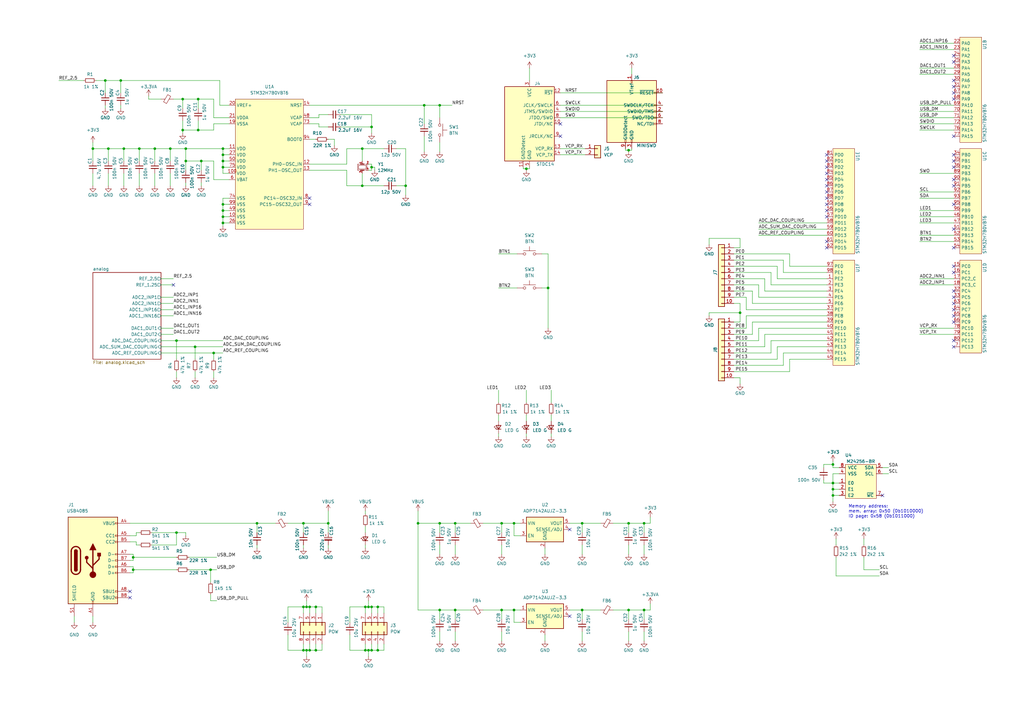
<source format=kicad_sch>
(kicad_sch (version 20211123) (generator eeschema)
  (paper "A3")
  (junction (at 124.46 248.92))
  (junction (at 124.46 214.63))
  (junction (at 152.4 248.92))
  (junction (at 127 248.92))
  (junction (at 152.4 68.58))
  (junction (at 154.94 266.7))
  (junction (at 215.9 69.215))
  (junction (at 72.39 218.44))
  (junction (at 63.5 60.96))
  (junction (at 341.63 190.5))
  (junction (at 91.44 68.58))
  (junction (at 264.16 214.63))
  (junction (at 43.18 33.02))
  (junction (at 57.15 60.96))
  (junction (at 134.62 214.63))
  (junction (at 205.74 250.19))
  (junction (at 238.76 214.63))
  (junction (at 148.59 60.96))
  (junction (at 148.59 76.2))
  (junction (at 125.73 248.92))
  (junction (at 54.61 228.6))
  (junction (at 81.28 40.64))
  (junction (at 341.63 198.12))
  (junction (at 151.13 266.7))
  (junction (at 81.28 53.34))
  (junction (at 91.44 91.44))
  (junction (at 74.93 40.64))
  (junction (at 82.55 66.04))
  (junction (at 149.86 248.92))
  (junction (at 152.4 266.7))
  (junction (at 180.34 214.63))
  (junction (at 38.1 60.96))
  (junction (at 87.63 144.78))
  (junction (at 91.44 63.5))
  (junction (at 129.54 266.7))
  (junction (at 91.44 86.36))
  (junction (at 50.8 60.96))
  (junction (at 257.81 61.595))
  (junction (at 91.44 88.9))
  (junction (at 205.74 214.63))
  (junction (at 127 266.7))
  (junction (at 224.79 118.11))
  (junction (at 91.44 66.04))
  (junction (at 124.46 266.7))
  (junction (at 303.53 128.27))
  (junction (at 186.69 214.63))
  (junction (at 74.93 53.34))
  (junction (at 76.2 66.04))
  (junction (at 257.81 250.19))
  (junction (at 152.4 52.07))
  (junction (at 149.86 266.7))
  (junction (at 180.34 250.19))
  (junction (at 105.41 214.63))
  (junction (at 166.37 76.2))
  (junction (at 238.76 250.19))
  (junction (at 210.82 250.19))
  (junction (at 171.45 214.63))
  (junction (at 76.2 60.96))
  (junction (at 44.45 60.96))
  (junction (at 186.69 250.19))
  (junction (at 91.44 83.82))
  (junction (at 54.61 233.68))
  (junction (at 125.73 266.7))
  (junction (at 264.16 250.19))
  (junction (at 341.63 200.66))
  (junction (at 210.82 214.63))
  (junction (at 86.36 233.68))
  (junction (at 129.54 248.92))
  (junction (at 91.44 60.96))
  (junction (at 154.94 248.92))
  (junction (at 341.63 203.2))
  (junction (at 151.13 248.92))
  (junction (at 72.39 139.7))
  (junction (at 173.99 43.18))
  (junction (at 69.85 60.96))
  (junction (at 257.81 214.63))
  (junction (at 80.01 142.24))
  (junction (at 180.34 43.18))
  (junction (at 49.53 33.02))
  (no_connect (at 391.16 101.6))
  (no_connect (at 361.95 203.2))
  (no_connect (at 391.16 124.46))
  (no_connect (at 391.16 127))
  (no_connect (at 391.16 129.54))
  (no_connect (at 391.16 132.08))
  (no_connect (at 391.16 109.22))
  (no_connect (at 391.16 111.76))
  (no_connect (at 391.16 119.38))
  (no_connect (at 391.16 121.92))
  (no_connect (at 391.16 139.7))
  (no_connect (at 391.16 142.24))
  (no_connect (at 391.16 68.58))
  (no_connect (at 391.16 73.66))
  (no_connect (at 391.16 76.2))
  (no_connect (at 391.16 83.82))
  (no_connect (at 391.16 93.98))
  (no_connect (at 339.09 73.66))
  (no_connect (at 339.09 76.2))
  (no_connect (at 339.09 78.74))
  (no_connect (at 339.09 63.5))
  (no_connect (at 339.09 66.04))
  (no_connect (at 339.09 68.58))
  (no_connect (at 339.09 71.12))
  (no_connect (at 339.09 99.06))
  (no_connect (at 339.09 101.6))
  (no_connect (at 339.09 81.28))
  (no_connect (at 339.09 83.82))
  (no_connect (at 339.09 86.36))
  (no_connect (at 339.09 88.9))
  (no_connect (at 53.34 245.11))
  (no_connect (at 229.87 55.88))
  (no_connect (at 229.87 50.8))
  (no_connect (at 127 81.28))
  (no_connect (at 127 83.82))
  (no_connect (at 391.16 63.5))
  (no_connect (at 391.16 66.04))
  (no_connect (at 391.16 22.86))
  (no_connect (at 391.16 25.4))
  (no_connect (at 391.16 33.02))
  (no_connect (at 391.16 35.56))
  (no_connect (at 391.16 38.1))
  (no_connect (at 391.16 40.64))
  (no_connect (at 391.16 55.88))
  (no_connect (at 71.12 116.84))
  (no_connect (at 233.68 217.17))
  (no_connect (at 233.68 252.73))
  (no_connect (at 53.34 242.57))
  (wire (pts (xy 157.48 76.2) (xy 148.59 76.2)))
  (wire (pts (xy 311.15 121.92) (xy 339.09 121.92)))
  (wire (pts (xy 257.81 61.595) (xy 259.08 61.595)))
  (wire (pts (xy 149.86 264.16) (xy 149.86 266.7)))
  (wire (pts (xy 76.2 218.44) (xy 76.2 219.71)))
  (wire (pts (xy 127 248.92) (xy 127 251.46)))
  (wire (pts (xy 377.19 17.78) (xy 391.16 17.78)))
  (wire (pts (xy 49.53 33.02) (xy 90.17 33.02)))
  (wire (pts (xy 377.19 78.74) (xy 391.16 78.74)))
  (wire (pts (xy 134.62 57.15) (xy 137.16 57.15)))
  (wire (pts (xy 205.74 214.63) (xy 205.74 218.44)))
  (wire (pts (xy 152.4 67.31) (xy 152.4 68.58)))
  (wire (pts (xy 257.81 250.19) (xy 264.16 250.19)))
  (wire (pts (xy 300.99 132.08) (xy 303.53 132.08)))
  (wire (pts (xy 229.87 63.5) (xy 240.03 63.5)))
  (wire (pts (xy 53.34 234.95) (xy 54.61 234.95)))
  (wire (pts (xy 57.15 60.96) (xy 63.5 60.96)))
  (wire (pts (xy 341.63 194.31) (xy 341.63 198.12)))
  (wire (pts (xy 173.99 43.18) (xy 173.99 50.8)))
  (wire (pts (xy 124.46 266.7) (xy 118.11 266.7)))
  (wire (pts (xy 264.16 218.44) (xy 264.16 214.63)))
  (wire (pts (xy 72.39 218.44) (xy 76.2 218.44)))
  (wire (pts (xy 69.85 66.04) (xy 69.85 60.96)))
  (wire (pts (xy 87.63 152.4) (xy 87.63 154.94)))
  (wire (pts (xy 321.31 144.78) (xy 339.09 144.78)))
  (wire (pts (xy 229.87 38.1) (xy 271.78 38.1)))
  (wire (pts (xy 193.04 214.63) (xy 186.69 214.63)))
  (wire (pts (xy 316.23 116.84) (xy 339.09 116.84)))
  (wire (pts (xy 321.31 149.86) (xy 300.99 149.86)))
  (wire (pts (xy 149.86 266.7) (xy 143.51 266.7)))
  (wire (pts (xy 72.39 152.4) (xy 72.39 154.94)))
  (wire (pts (xy 337.82 196.85) (xy 337.82 198.12)))
  (wire (pts (xy 91.44 88.9) (xy 91.44 86.36)))
  (wire (pts (xy 223.52 224.79) (xy 223.52 227.33)))
  (wire (pts (xy 205.74 259.08) (xy 205.74 262.89)))
  (wire (pts (xy 377.19 81.28) (xy 391.16 81.28)))
  (wire (pts (xy 377.19 86.36) (xy 391.16 86.36)))
  (wire (pts (xy 166.37 76.2) (xy 166.37 60.96)))
  (wire (pts (xy 152.4 248.92) (xy 154.94 248.92)))
  (wire (pts (xy 80.01 142.24) (xy 80.01 147.32)))
  (wire (pts (xy 186.69 254) (xy 186.69 250.19)))
  (wire (pts (xy 210.82 255.27) (xy 213.36 255.27)))
  (wire (pts (xy 82.55 74.93) (xy 82.55 76.2)))
  (wire (pts (xy 152.4 68.58) (xy 152.4 69.85)))
  (wire (pts (xy 233.68 214.63) (xy 238.76 214.63)))
  (wire (pts (xy 171.45 209.55) (xy 171.45 214.63)))
  (wire (pts (xy 238.76 214.63) (xy 246.38 214.63)))
  (wire (pts (xy 205.74 250.19) (xy 205.74 254)))
  (wire (pts (xy 303.53 124.46) (xy 300.99 124.46)))
  (wire (pts (xy 86.36 246.38) (xy 88.9 246.38)))
  (wire (pts (xy 137.16 57.15) (xy 137.16 59.69)))
  (wire (pts (xy 74.93 53.34) (xy 74.93 54.61)))
  (wire (pts (xy 377.19 71.12) (xy 391.16 71.12)))
  (wire (pts (xy 118.11 266.7) (xy 118.11 260.35)))
  (wire (pts (xy 303.53 132.08) (xy 303.53 128.27)))
  (wire (pts (xy 186.69 223.52) (xy 186.69 227.33)))
  (wire (pts (xy 204.47 118.11) (xy 212.09 118.11)))
  (wire (pts (xy 157.48 266.7) (xy 154.94 266.7)))
  (wire (pts (xy 259.08 27.94) (xy 259.08 30.48)))
  (wire (pts (xy 53.34 219.71) (xy 55.88 219.71)))
  (wire (pts (xy 129.54 264.16) (xy 129.54 266.7)))
  (wire (pts (xy 180.34 254) (xy 180.34 250.19)))
  (wire (pts (xy 303.53 154.94) (xy 303.53 157.48)))
  (wire (pts (xy 69.85 71.12) (xy 69.85 76.2)))
  (wire (pts (xy 124.46 248.92) (xy 124.46 251.46)))
  (wire (pts (xy 210.82 214.63) (xy 213.36 214.63)))
  (wire (pts (xy 377.19 96.52) (xy 391.16 96.52)))
  (wire (pts (xy 308.61 137.16) (xy 308.61 132.08)))
  (wire (pts (xy 44.45 60.96) (xy 50.8 60.96)))
  (wire (pts (xy 77.47 228.6) (xy 88.9 228.6)))
  (wire (pts (xy 311.15 134.62) (xy 311.15 139.7)))
  (wire (pts (xy 74.93 40.64) (xy 74.93 44.45)))
  (wire (pts (xy 66.04 134.62) (xy 71.12 134.62)))
  (wire (pts (xy 125.73 266.7) (xy 124.46 266.7)))
  (wire (pts (xy 204.47 177.8) (xy 204.47 179.07)))
  (wire (pts (xy 318.77 147.32) (xy 318.77 142.24)))
  (wire (pts (xy 308.61 132.08) (xy 339.09 132.08)))
  (wire (pts (xy 217.17 68.58) (xy 217.17 69.215)))
  (wire (pts (xy 341.63 191.77) (xy 344.17 191.77)))
  (wire (pts (xy 341.63 190.5) (xy 341.63 191.77)))
  (wire (pts (xy 264.16 250.19) (xy 266.7 250.19)))
  (wire (pts (xy 54.61 227.33) (xy 54.61 228.6)))
  (wire (pts (xy 205.74 223.52) (xy 205.74 227.33)))
  (wire (pts (xy 224.79 118.11) (xy 224.79 134.62)))
  (wire (pts (xy 81.28 49.53) (xy 81.28 53.34)))
  (wire (pts (xy 337.82 191.77) (xy 337.82 190.5)))
  (wire (pts (xy 337.82 190.5) (xy 341.63 190.5)))
  (wire (pts (xy 215.9 177.8) (xy 215.9 179.07)))
  (wire (pts (xy 215.9 170.18) (xy 215.9 172.72)))
  (wire (pts (xy 226.06 170.18) (xy 226.06 172.72)))
  (wire (pts (xy 210.82 250.19) (xy 210.82 255.27)))
  (wire (pts (xy 311.15 134.62) (xy 339.09 134.62)))
  (wire (pts (xy 214.63 68.58) (xy 214.63 69.215)))
  (wire (pts (xy 180.34 223.52) (xy 180.34 227.33)))
  (wire (pts (xy 377.19 43.18) (xy 391.16 43.18)))
  (wire (pts (xy 316.23 111.76) (xy 316.23 116.84)))
  (wire (pts (xy 53.34 214.63) (xy 105.41 214.63)))
  (wire (pts (xy 91.44 63.5) (xy 93.98 63.5)))
  (wire (pts (xy 308.61 119.38) (xy 300.99 119.38)))
  (wire (pts (xy 323.85 104.14) (xy 300.99 104.14)))
  (wire (pts (xy 125.73 246.38) (xy 125.73 248.92)))
  (wire (pts (xy 300.99 137.16) (xy 308.61 137.16)))
  (wire (pts (xy 66.04 137.16) (xy 71.12 137.16)))
  (wire (pts (xy 215.9 69.215) (xy 215.9 69.85)))
  (wire (pts (xy 171.45 250.19) (xy 171.45 214.63)))
  (wire (pts (xy 87.63 144.78) (xy 91.44 144.78)))
  (wire (pts (xy 154.94 266.7) (xy 152.4 266.7)))
  (wire (pts (xy 152.4 46.99) (xy 152.4 52.07)))
  (wire (pts (xy 257.81 254) (xy 257.81 250.19)))
  (wire (pts (xy 91.44 91.44) (xy 93.98 91.44)))
  (wire (pts (xy 66.04 124.46) (xy 71.12 124.46)))
  (wire (pts (xy 44.45 60.96) (xy 44.45 66.04)))
  (wire (pts (xy 264.16 214.63) (xy 266.7 214.63)))
  (wire (pts (xy 90.17 33.02) (xy 90.17 43.18)))
  (wire (pts (xy 341.63 198.12) (xy 344.17 198.12)))
  (wire (pts (xy 87.63 48.26) (xy 93.98 48.26)))
  (wire (pts (xy 43.18 43.18) (xy 43.18 44.45)))
  (wire (pts (xy 134.62 214.63) (xy 134.62 218.44)))
  (wire (pts (xy 229.87 48.26) (xy 271.78 48.26)))
  (wire (pts (xy 266.7 247.65) (xy 266.7 250.19)))
  (wire (pts (xy 91.44 88.9) (xy 93.98 88.9)))
  (wire (pts (xy 44.45 71.12) (xy 44.45 76.2)))
  (wire (pts (xy 30.48 252.73) (xy 30.48 255.27)))
  (wire (pts (xy 308.61 124.46) (xy 308.61 119.38)))
  (wire (pts (xy 66.04 139.7) (xy 72.39 139.7)))
  (wire (pts (xy 72.39 139.7) (xy 72.39 147.32)))
  (wire (pts (xy 361.95 194.31) (xy 364.49 194.31)))
  (wire (pts (xy 91.44 81.28) (xy 93.98 81.28)))
  (wire (pts (xy 217.17 27.94) (xy 217.17 33.02)))
  (wire (pts (xy 341.63 200.66) (xy 341.63 198.12)))
  (wire (pts (xy 173.99 55.88) (xy 173.99 62.23)))
  (wire (pts (xy 344.17 203.2) (xy 341.63 203.2)))
  (wire (pts (xy 213.36 250.19) (xy 210.82 250.19)))
  (wire (pts (xy 76.2 60.96) (xy 91.44 60.96)))
  (wire (pts (xy 157.48 248.92) (xy 157.48 251.46)))
  (wire (pts (xy 60.96 40.64) (xy 66.04 40.64)))
  (wire (pts (xy 118.11 248.92) (xy 124.46 248.92)))
  (wire (pts (xy 127 69.85) (xy 142.24 69.85)))
  (wire (pts (xy 50.8 60.96) (xy 50.8 66.04)))
  (wire (pts (xy 152.4 52.07) (xy 152.4 54.61)))
  (wire (pts (xy 66.04 116.84) (xy 71.12 116.84)))
  (wire (pts (xy 154.94 248.92) (xy 154.94 251.46)))
  (wire (pts (xy 91.44 86.36) (xy 93.98 86.36)))
  (wire (pts (xy 149.86 248.92) (xy 151.13 248.92)))
  (wire (pts (xy 377.19 137.16) (xy 391.16 137.16)))
  (wire (pts (xy 166.37 80.01) (xy 166.37 76.2)))
  (wire (pts (xy 377.19 48.26) (xy 391.16 48.26)))
  (wire (pts (xy 127 266.7) (xy 125.73 266.7)))
  (wire (pts (xy 87.63 40.64) (xy 87.63 48.26)))
  (wire (pts (xy 55.88 222.25) (xy 55.88 223.52)))
  (wire (pts (xy 118.11 255.27) (xy 118.11 248.92)))
  (wire (pts (xy 49.53 33.02) (xy 49.53 38.1)))
  (wire (pts (xy 316.23 144.78) (xy 300.99 144.78)))
  (wire (pts (xy 233.68 250.19) (xy 238.76 250.19)))
  (wire (pts (xy 306.07 127) (xy 306.07 121.92)))
  (wire (pts (xy 313.69 119.38) (xy 339.09 119.38)))
  (wire (pts (xy 377.19 53.34) (xy 391.16 53.34)))
  (wire (pts (xy 300.99 147.32) (xy 318.77 147.32)))
  (wire (pts (xy 139.7 52.07) (xy 152.4 52.07)))
  (wire (pts (xy 82.55 66.04) (xy 82.55 69.85)))
  (wire (pts (xy 264.16 254) (xy 264.16 250.19)))
  (wire (pts (xy 238.76 223.52) (xy 238.76 227.33)))
  (wire (pts (xy 318.77 109.22) (xy 300.99 109.22)))
  (wire (pts (xy 300.99 142.24) (xy 313.69 142.24)))
  (wire (pts (xy 143.51 266.7) (xy 143.51 260.35)))
  (wire (pts (xy 38.1 58.42) (xy 38.1 60.96)))
  (wire (pts (xy 124.46 214.63) (xy 124.46 218.44)))
  (wire (pts (xy 316.23 139.7) (xy 316.23 144.78)))
  (wire (pts (xy 134.62 223.52) (xy 134.62 224.79)))
  (wire (pts (xy 91.44 66.04) (xy 93.98 66.04)))
  (wire (pts (xy 377.19 27.94) (xy 391.16 27.94)))
  (wire (pts (xy 311.15 93.98) (xy 339.09 93.98)))
  (wire (pts (xy 354.33 233.68) (xy 360.68 233.68)))
  (wire (pts (xy 290.83 129.54) (xy 290.83 128.27)))
  (wire (pts (xy 53.34 232.41) (xy 54.61 232.41)))
  (wire (pts (xy 311.15 96.52) (xy 339.09 96.52)))
  (wire (pts (xy 186.69 250.19) (xy 180.34 250.19)))
  (wire (pts (xy 124.46 248.92) (xy 125.73 248.92)))
  (wire (pts (xy 125.73 266.7) (xy 125.73 269.24)))
  (wire (pts (xy 311.15 91.44) (xy 339.09 91.44)))
  (wire (pts (xy 148.59 76.2) (xy 142.24 76.2)))
  (wire (pts (xy 229.87 43.18) (xy 271.78 43.18)))
  (wire (pts (xy 313.69 119.38) (xy 313.69 114.3)))
  (wire (pts (xy 132.08 266.7) (xy 129.54 266.7)))
  (wire (pts (xy 300.99 106.68) (xy 321.31 106.68)))
  (wire (pts (xy 129.54 248.92) (xy 129.54 251.46)))
  (wire (pts (xy 257.81 61.595) (xy 257.81 62.23)))
  (wire (pts (xy 53.34 227.33) (xy 54.61 227.33)))
  (wire (pts (xy 86.36 233.68) (xy 86.36 238.76)))
  (wire (pts (xy 229.87 60.96) (xy 240.03 60.96)))
  (wire (pts (xy 130.81 48.26) (xy 127 48.26)))
  (wire (pts (xy 72.39 223.52) (xy 72.39 218.44)))
  (wire (pts (xy 139.7 46.99) (xy 152.4 46.99)))
  (wire (pts (xy 377.19 20.32) (xy 391.16 20.32)))
  (wire (pts (xy 149.86 209.55) (xy 149.86 210.82)))
  (wire (pts (xy 321.31 144.78) (xy 321.31 149.86)))
  (wire (pts (xy 264.16 223.52) (xy 264.16 227.33)))
  (wire (pts (xy 38.1 71.12) (xy 38.1 76.2)))
  (wire (pts (xy 151.13 266.7) (xy 149.86 266.7)))
  (wire (pts (xy 180.34 43.18) (xy 180.34 48.26)))
  (wire (pts (xy 257.81 223.52) (xy 257.81 227.33)))
  (wire (pts (xy 238.76 259.08) (xy 238.76 262.89)))
  (wire (pts (xy 66.04 129.54) (xy 71.12 129.54)))
  (wire (pts (xy 238.76 250.19) (xy 238.76 254)))
  (wire (pts (xy 54.61 229.87) (xy 53.34 229.87)))
  (wire (pts (xy 66.04 144.78) (xy 87.63 144.78)))
  (wire (pts (xy 91.44 68.58) (xy 91.44 66.04)))
  (wire (pts (xy 55.88 219.71) (xy 55.88 218.44)))
  (wire (pts (xy 214.63 69.215) (xy 215.9 69.215)))
  (wire (pts (xy 66.04 114.3) (xy 71.12 114.3)))
  (wire (pts (xy 257.81 214.63) (xy 264.16 214.63)))
  (wire (pts (xy 180.34 58.42) (xy 180.34 62.23)))
  (wire (pts (xy 63.5 60.96) (xy 63.5 66.04)))
  (wire (pts (xy 152.4 69.85) (xy 151.13 69.85)))
  (wire (pts (xy 154.94 264.16) (xy 154.94 266.7)))
  (wire (pts (xy 127 264.16) (xy 127 266.7)))
  (wire (pts (xy 39.37 33.02) (xy 43.18 33.02)))
  (wire (pts (xy 38.1 60.96) (xy 38.1 66.04)))
  (wire (pts (xy 87.63 144.78) (xy 87.63 147.32)))
  (wire (pts (xy 152.4 248.92) (xy 152.4 251.46)))
  (wire (pts (xy 151.13 248.92) (xy 152.4 248.92)))
  (wire (pts (xy 134.62 46.99) (xy 130.81 46.99)))
  (wire (pts (xy 54.61 228.6) (xy 54.61 229.87)))
  (wire (pts (xy 377.19 50.8) (xy 391.16 50.8)))
  (wire (pts (xy 377.19 114.3) (xy 391.16 114.3)))
  (wire (pts (xy 205.74 250.19) (xy 210.82 250.19)))
  (wire (pts (xy 341.63 203.2) (xy 341.63 205.74)))
  (wire (pts (xy 256.54 61.595) (xy 257.81 61.595)))
  (wire (pts (xy 81.28 53.34) (xy 87.63 53.34)))
  (wire (pts (xy 60.96 39.37) (xy 60.96 40.64)))
  (wire (pts (xy 318.77 142.24) (xy 339.09 142.24)))
  (wire (pts (xy 303.53 128.27) (xy 303.53 124.46)))
  (wire (pts (xy 43.18 33.02) (xy 43.18 38.1)))
  (wire (pts (xy 210.82 219.71) (xy 210.82 214.63)))
  (wire (pts (xy 316.23 139.7) (xy 339.09 139.7)))
  (wire (pts (xy 91.44 66.04) (xy 91.44 63.5)))
  (wire (pts (xy 127 50.8) (xy 130.81 50.8)))
  (wire (pts (xy 105.41 214.63) (xy 113.03 214.63)))
  (wire (pts (xy 91.44 63.5) (xy 91.44 60.96)))
  (wire (pts (xy 54.61 228.6) (xy 72.39 228.6)))
  (wire (pts (xy 290.83 100.33) (xy 290.83 97.79)))
  (wire (pts (xy 251.46 214.63) (xy 257.81 214.63)))
  (wire (pts (xy 76.2 60.96) (xy 76.2 66.04)))
  (wire (pts (xy 318.77 114.3) (xy 339.09 114.3)))
  (wire (pts (xy 24.13 33.02) (xy 34.29 33.02)))
  (wire (pts (xy 377.19 45.72) (xy 391.16 45.72)))
  (wire (pts (xy 127 57.15) (xy 129.54 57.15)))
  (wire (pts (xy 62.23 223.52) (xy 72.39 223.52)))
  (wire (pts (xy 127 67.31) (xy 142.24 67.31)))
  (wire (pts (xy 38.1 252.73) (xy 38.1 255.27)))
  (wire (pts (xy 66.04 127) (xy 71.12 127)))
  (wire (pts (xy 81.28 40.64) (xy 81.28 44.45)))
  (wire (pts (xy 321.31 111.76) (xy 339.09 111.76)))
  (wire (pts (xy 323.85 147.32) (xy 339.09 147.32)))
  (wire (pts (xy 344.17 194.31) (xy 341.63 194.31)))
  (wire (pts (xy 132.08 264.16) (xy 132.08 266.7)))
  (wire (pts (xy 215.9 69.215) (xy 217.17 69.215)))
  (wire (pts (xy 91.44 83.82) (xy 93.98 83.82)))
  (wire (pts (xy 87.63 50.8) (xy 93.98 50.8)))
  (wire (pts (xy 157.48 60.96) (xy 148.59 60.96)))
  (wire (pts (xy 71.12 40.64) (xy 74.93 40.64)))
  (wire (pts (xy 318.77 114.3) (xy 318.77 109.22)))
  (wire (pts (xy 63.5 71.12) (xy 63.5 76.2)))
  (wire (pts (xy 311.15 116.84) (xy 311.15 121.92)))
  (wire (pts (xy 127 248.92) (xy 129.54 248.92)))
  (wire (pts (xy 81.28 40.64) (xy 87.63 40.64)))
  (wire (pts (xy 257.81 259.08) (xy 257.81 262.89)))
  (wire (pts (xy 173.99 43.18) (xy 180.34 43.18)))
  (wire (pts (xy 54.61 233.68) (xy 54.61 234.95)))
  (wire (pts (xy 69.85 60.96) (xy 76.2 60.96)))
  (wire (pts (xy 130.81 46.99) (xy 130.81 48.26)))
  (wire (pts (xy 87.63 53.34) (xy 87.63 50.8)))
  (wire (pts (xy 303.53 101.6) (xy 300.99 101.6)))
  (wire (pts (xy 86.36 246.38) (xy 86.36 243.84)))
  (wire (pts (xy 300.99 154.94) (xy 303.53 154.94)))
  (wire (pts (xy 82.55 66.04) (xy 76.2 66.04)))
  (wire (pts (xy 321.31 106.68) (xy 321.31 111.76)))
  (wire (pts (xy 266.7 212.09) (xy 266.7 214.63)))
  (wire (pts (xy 80.01 142.24) (xy 91.44 142.24)))
  (wire (pts (xy 354.33 228.6) (xy 354.33 233.68)))
  (wire (pts (xy 74.93 40.64) (xy 81.28 40.64)))
  (wire (pts (xy 290.83 128.27) (xy 303.53 128.27)))
  (wire (pts (xy 62.23 218.44) (xy 72.39 218.44)))
  (wire (pts (xy 149.86 215.9) (xy 149.86 218.44)))
  (wire (pts (xy 124.46 264.16) (xy 124.46 266.7)))
  (wire (pts (xy 130.81 50.8) (xy 130.81 52.07)))
  (wire (pts (xy 193.04 250.19) (xy 186.69 250.19)))
  (wire (pts (xy 205.74 214.63) (xy 198.12 214.63)))
  (wire (pts (xy 74.93 49.53) (xy 74.93 53.34)))
  (wire (pts (xy 81.28 53.34) (xy 74.93 53.34)))
  (wire (pts (xy 148.59 60.96) (xy 142.24 60.96)))
  (wire (pts (xy 323.85 109.22) (xy 339.09 109.22)))
  (wire (pts (xy 151.13 246.38) (xy 151.13 248.92)))
  (wire (pts (xy 87.63 73.66) (xy 87.63 66.04)))
  (wire (pts (xy 238.76 250.19) (xy 246.38 250.19)))
  (wire (pts (xy 306.07 127) (xy 339.09 127)))
  (wire (pts (xy 323.85 109.22) (xy 323.85 104.14)))
  (wire (pts (xy 57.15 60.96) (xy 57.15 66.04)))
  (wire (pts (xy 125.73 248.92) (xy 127 248.92)))
  (wire (pts (xy 55.88 223.52) (xy 57.15 223.52)))
  (wire (pts (xy 186.69 259.08) (xy 186.69 262.89)))
  (wire (pts (xy 54.61 233.68) (xy 72.39 233.68)))
  (wire (pts (xy 152.4 266.7) (xy 151.13 266.7)))
  (wire (pts (xy 323.85 152.4) (xy 323.85 147.32)))
  (wire (pts (xy 306.07 129.54) (xy 306.07 134.62)))
  (wire (pts (xy 91.44 68.58) (xy 93.98 68.58)))
  (wire (pts (xy 377.19 116.84) (xy 391.16 116.84)))
  (wire (pts (xy 151.13 266.7) (xy 151.13 269.24)))
  (wire (pts (xy 377.19 91.44) (xy 391.16 91.44)))
  (wire (pts (xy 149.86 248.92) (xy 149.86 251.46)))
  (wire (pts (xy 57.15 71.12) (xy 57.15 76.2)))
  (wire (pts (xy 377.19 88.9) (xy 391.16 88.9)))
  (wire (pts (xy 354.33 220.98) (xy 354.33 223.52)))
  (wire (pts (xy 148.59 71.12) (xy 148.59 76.2)))
  (wire (pts (xy 337.82 198.12) (xy 341.63 198.12)))
  (wire (pts (xy 171.45 214.63) (xy 180.34 214.63)))
  (wire (pts (xy 129.54 248.92) (xy 132.08 248.92)))
  (wire (pts (xy 50.8 71.12) (xy 50.8 76.2)))
  (wire (pts (xy 341.63 189.23) (xy 341.63 190.5)))
  (wire (pts (xy 377.19 99.06) (xy 391.16 99.06)))
  (wire (pts (xy 238.76 214.63) (xy 238.76 218.44)))
  (wire (pts (xy 306.07 134.62) (xy 300.99 134.62)))
  (wire (pts (xy 180.34 43.18) (xy 185.42 43.18)))
  (wire (pts (xy 77.47 233.68) (xy 86.36 233.68)))
  (wire (pts (xy 308.61 124.46) (xy 339.09 124.46)))
  (wire (pts (xy 377.19 30.48) (xy 391.16 30.48)))
  (wire (pts (xy 300.99 152.4) (xy 323.85 152.4)))
  (wire (pts (xy 251.46 250.19) (xy 257.81 250.19)))
  (wire (pts (xy 143.51 248.92) (xy 149.86 248.92)))
  (wire (pts (xy 342.9 236.22) (xy 360.68 236.22)))
  (wire (pts (xy 93.98 71.12) (xy 91.44 71.12)))
  (wire (pts (xy 313.69 137.16) (xy 339.09 137.16)))
  (wire (pts (xy 127 43.18) (xy 173.99 43.18)))
  (wire (pts (xy 151.13 67.31) (xy 152.4 67.31)))
  (wire (pts (xy 224.79 118.11) (xy 224.79 104.14)))
  (wire (pts (xy 259.08 61.595) (xy 259.08 60.96)))
  (wire (pts (xy 91.44 60.96) (xy 93.98 60.96)))
  (wire (pts (xy 76.2 66.04) (xy 76.2 69.85)))
  (wire (pts (xy 38.1 60.96) (xy 44.45 60.96)))
  (wire (pts (xy 86.36 233.68) (xy 88.9 233.68)))
  (wire (pts (xy 303.53 97.79) (xy 303.53 101.6)))
  (wire (pts (xy 80.01 152.4) (xy 80.01 154.94)))
  (wire (pts (xy 105.41 223.52) (xy 105.41 224.79)))
  (wire (pts (xy 93.98 73.66) (xy 87.63 73.66)))
  (wire (pts (xy 213.36 219.71) (xy 210.82 219.71)))
  (wire (pts (xy 341.63 200.66) (xy 344.17 200.66)))
  (wire (pts (xy 306.07 121.92) (xy 300.99 121.92)))
  (wire (pts (xy 171.45 250.19) (xy 180.34 250.19)))
  (wire (pts (xy 290.83 97.79) (xy 303.53 97.79)))
  (wire (pts (xy 87.63 66.04) (xy 82.55 66.04)))
  (wire (pts (xy 76.2 74.93) (xy 76.2 76.2)))
  (wire (pts (xy 142.24 60.96) (xy 142.24 67.31)))
  (wire (pts (xy 118.11 214.63) (xy 124.46 214.63)))
  (wire (pts (xy 313.69 114.3) (xy 300.99 114.3)))
  (wire (pts (xy 300.99 111.76) (xy 316.23 111.76)))
  (wire (pts (xy 134.62 209.55) (xy 134.62 214.63)))
  (wire (pts (xy 180.34 218.44) (xy 180.34 214.63)))
  (wire (pts (xy 204.47 160.02) (xy 204.47 165.1)))
  (wire (pts (xy 72.39 139.7) (xy 91.44 139.7)))
  (wire (pts (xy 224.79 104.14) (xy 222.25 104.14)))
  (wire (pts (xy 361.95 191.77) (xy 364.49 191.77)))
  (wire (pts (xy 130.81 52.07) (xy 134.62 52.07)))
  (wire (pts (xy 129.54 266.7) (xy 127 266.7)))
  (wire (pts (xy 186.69 214.63) (xy 180.34 214.63)))
  (wire (pts (xy 229.87 45.72) (xy 271.78 45.72)))
  (wire (pts (xy 186.69 218.44) (xy 186.69 214.63)))
  (wire (pts (xy 311.15 139.7) (xy 300.99 139.7)))
  (wire (pts (xy 341.63 200.66) (xy 341.63 203.2)))
  (wire (pts (xy 105.41 214.63) (xy 105.41 218.44)))
  (wire (pts (xy 43.18 33.02) (xy 49.53 33.02)))
  (wire (pts (xy 49.53 43.18) (xy 49.53 44.45)))
  (wire (pts (xy 153.67 68.58) (xy 152.4 68.58)))
  (wire (pts (xy 204.47 170.18) (xy 204.47 172.72)))
  (wire (pts (xy 53.34 222.25) (xy 55.88 222.25)))
  (wire (pts (xy 153.67 69.85) (xy 153.67 68.58)))
  (wire (pts (xy 55.88 218.44) (xy 57.15 218.44)))
  (wire (pts (xy 90.17 43.18) (xy 93.98 43.18)))
  (wire (pts (xy 205.74 250.19) (xy 198.12 250.19)))
  (wire (pts (xy 154.94 248.92) (xy 157.48 248.92)))
  (wire (pts (xy 226.06 160.02) (xy 226.06 165.1)))
  (wire (pts (xy 149.86 223.52) (xy 149.86 224.79)))
  (wire (pts (xy 180.34 259.08) (xy 180.34 262.89)))
  (wire (pts (xy 91.44 91.44) (xy 91.44 88.9)))
  (wire (pts (xy 313.69 142.24) (xy 313.69 137.16)))
  (wire (pts (xy 148.59 66.04) (xy 148.59 60.96)))
  (wire (pts (xy 166.37 76.2) (xy 162.56 76.2)))
  (wire (pts (xy 215.9 160.02) (xy 215.9 165.1)))
  (wire (pts (xy 152.4 264.16) (xy 152.4 266.7)))
  (wire (pts (xy 157.48 264.16) (xy 157.48 266.7)))
  (wire (pts (xy 63.5 60.96) (xy 69.85 60.96)))
  (wire (pts (xy 226.06 177.8) (xy 226.06 179.07)))
  (wire (pts (xy 306.07 129.54) (xy 339.09 129.54)))
  (wire (pts (xy 256.54 60.96) (xy 256.54 61.595)))
  (wire (pts (xy 124.46 223.52) (xy 124.46 224.79)))
  (wire (pts (xy 204.47 104.14) (xy 212.09 104.14)))
  (wire (pts (xy 66.04 121.92) (xy 71.12 121.92)))
  (wire (pts (xy 91.44 92.71) (xy 91.44 91.44)))
  (wire (pts (xy 257.81 218.44) (xy 257.81 214.63)))
  (wire (pts (xy 91.44 71.12) (xy 91.44 68.58)))
  (wire (pts (xy 124.46 214.63) (xy 134.62 214.63)))
  (wire (pts (xy 50.8 60.96) (xy 57.15 60.96)))
  (wire (pts (xy 166.37 60.96) (xy 162.56 60.96)))
  (wire (pts (xy 342.9 228.6) (xy 342.9 236.22)))
  (wire (pts (xy 143.51 255.27) (xy 143.51 248.92)))
  (wire (pts (xy 54.61 232.41) (xy 54.61 233.68)))
  (wire (pts (xy 205.74 214.63) (xy 210.82 214.63)))
  (wire (pts (xy 300.99 116.84) (xy 311.15 116.84)))
  (wire (pts (xy 91.44 83.82) (xy 91.44 81.28)))
  (wire (pts (xy 223.52 260.35) (xy 223.52 262.89)))
  (wire (pts (xy 91.44 86.36) (xy 91.44 83.82)))
  (wire (pts (xy 222.25 118.11) (xy 224.79 118.11)))
  (wire (pts (xy 377.19 134.62) (xy 391.16 134.62)))
  (wire (pts (xy 132.08 248.92) (xy 132.08 251.46)))
  (wire (pts (xy 342.9 220.98) (xy 342.9 223.52)))
  (wire (pts (xy 264.16 259.08) (xy 264.16 262.89)))
  (wire (pts (xy 142.24 69.85) (xy 142.24 76.2)))
  (wire (pts (xy 66.04 142.24) (xy 80.01 142.24)))
  (text "Memory address: \nmem. array: 0x50 (0b1010000)\nID page: 0x58 (0b1011000)\n\n" (at 347.98 214.63 0) (effects (font (size 1.27 1.27)) (justify left bottom)))
  (label "VCP_RX" (at 377.19 134.62 0))
  (label "ADC2_INN1" (at 71.12 124.46 0))
  (label "ADC_SUM_DAC_COUPLING" (at 91.44 142.24 0))
  (label "LED1" (at 204.47 160.02 180))
  (label "SWCLK" (at 231.775 43.18 0))
  (label "DAC1_OUT2" (at 71.12 137.16 0))
  (label "PE4" (at 301.625 114.3 0))
  (label "LED3" (at 226.06 160.02 180))
  (label "VCP_RX" (at 231.775 60.96 0))
  (label "PE10" (at 301.625 139.7 0))
  (label "REF_2.5" (at 24.13 33.02 0))
  (label "USB_DP" (at 88.9 233.68 0))
  (label "BTN2" (at 204.47 118.11 0))
  (label "PE3" (at 301.625 111.76 0))
  (label "LED3" (at 377.19 91.44 0))
  (label "PE13" (at 301.625 147.32 0))
  (label "SCL" (at 377.19 78.74 0))
  (label "BTN2" (at 377.19 99.06 0))
  (label "DAC1_OUT1" (at 377.19 27.94 0))
  (label "BTN1" (at 377.19 96.52 0))
  (label "ADC_DAC_COUPLING" (at 91.44 139.7 0))
  (label "PE0" (at 301.625 104.14 0))
  (label "LED2" (at 215.9 160.02 180))
  (label "ADC_SUM_DAC_COUPLING" (at 311.15 93.98 0))
  (label "SDA" (at 377.19 81.28 0))
  (label "ADC1_INP16" (at 377.19 17.78 0))
  (label "ADC_REF_COUPLING" (at 311.15 96.52 0))
  (label "ADC1_INN16" (at 377.19 20.32 0))
  (label "SWDIO" (at 377.19 50.8 0))
  (label "DAC1_OUT1" (at 71.12 134.62 0))
  (label "PE1" (at 301.625 106.68 0))
  (label "USB_DP" (at 377.19 48.26 0))
  (label "SWCLK" (at 377.19 53.34 0))
  (label "PE5" (at 301.625 116.84 0))
  (label "PE9" (at 301.625 137.16 0))
  (label "PE2" (at 301.625 109.22 0))
  (label "ADC2_INP1" (at 377.19 116.84 0))
  (label "BTN1" (at 204.47 104.14 0))
  (label "ADC2_INP1" (at 71.12 121.92 0))
  (label "DAC1_OUT2" (at 377.19 30.48 0))
  (label "LED2" (at 377.19 88.9 0))
  (label "REF_2.5" (at 71.12 114.3 0))
  (label "USB_DP_PULL" (at 88.9 246.38 0))
  (label "SWO" (at 231.775 48.26 0))
  (label "LED1" (at 377.19 86.36 0))
  (label "SDA" (at 360.68 236.22 0))
  (label "ADC2_INN1" (at 377.19 114.3 0))
  (label "ADC1_INN16" (at 71.12 129.54 0))
  (label "SDA" (at 364.49 191.77 0))
  (label "VCP_TX" (at 231.775 63.5 0))
  (label "SCL" (at 364.49 194.31 0))
  (label "NRST" (at 231.775 38.1 0))
  (label "SWDIO" (at 231.775 45.72 0))
  (label "PE11" (at 301.625 142.24 0))
  (label "ADC_DAC_COUPLING" (at 311.15 91.44 0))
  (label "ADC1_INP16" (at 71.12 127 0))
  (label "VCP_TX" (at 377.19 137.16 0))
  (label "USB_DM" (at 377.19 45.72 0))
  (label "SCL" (at 360.68 233.68 0))
  (label "ADC_REF_COUPLING" (at 91.44 144.78 0))
  (label "NRST" (at 185.42 43.18 0))
  (label "PE14" (at 301.625 149.86 0))
  (label "PE7" (at 301.625 121.92 0))
  (label "SWO" (at 377.19 71.12 0))
  (label "PE15" (at 301.625 152.4 0))
  (label "USB_DP_PULL" (at 377.19 43.18 0))
  (label "PE6" (at 301.625 119.38 0))
  (label "PE12" (at 301.625 144.78 0))
  (label "USB_DM" (at 88.9 228.6 0))
  (label "PE8" (at 301.625 134.62 0))
  (symbol (lib_id "CANBigPanel-rescue:GND-power") (at 303.53 157.48 0) (unit 1)
    (property "Reference" "#PWR064" (effects hide))
    (property "Value" "GND" (at 303.53 161.29 0))
  )
  (symbol (lib_id "CANBigPanel-rescue:GND-power") (at 149.86 224.79 0) (unit 1)
    (property "Reference" "#PWR029" (effects hide))
    (property "Value" "GND" (at 149.86 228.6 0))
  )
  (symbol (lib_id "Device:C_Small") (at 105.41 220.98 0) (unit 1)
    (property "Reference" "C13" (at 106.68 219.71 90) (effects (justify left)))
    (property "Value" "10n 50V" (at 102.87 224.79 90) (effects (justify left)))
    (property "Footprint" "Capacitor_SMD:C_0603_1608Metric" (effects hide))
    (property "jlc" "C57112" (effects hide))
  )
  (symbol (lib_id "CANBigPanel-rescue:GND-power") (at 173.99 62.23 0) (mirror y) (unit 1)
    (property "Reference" "#PWR036" (effects hide))
    (property "Value" "GND" (at 173.99 66.04 0))
  )
  (symbol (lib_id "power:GND") (at 341.63 205.74 0) (unit 1)
    (property "Reference" "#PWR066" (effects hide))
    (property "Value" "GND" (at 341.63 209.55 0))
  )
  (symbol (lib_id "CANBigPanel-rescue:GND-power") (at 50.8 76.2 0) (mirror y) (unit 1)
    (property "Reference" "#PWR08" (effects hide))
    (property "Value" "GND" (at 50.8 80.01 0))
  )
  (symbol (lib_id "CANBigPanel-rescue:GND-power") (at 264.16 262.89 0) (mirror y) (unit 1)
    (property "Reference" "#PWR059" (effects hide))
    (property "Value" "GND" (at 264.16 266.7 0))
  )
  (symbol (lib_id "Connector_Generic:Conn_01x10") (at 295.91 111.76 0) (mirror y) (unit 1)
    (property "Reference" "J7" (at 293.37 111.76 90))
    (property "Value" "Conn_01x10" (effects hide))
    (property "Footprint" "Connector_PinHeader_2.54mm:PinHeader_1x10_P2.54mm_Vertical" (effects hide))
    (property "jlc" "C57369" (effects hide))
  )
  (symbol (lib_id "CANBigPanel-rescue:GND-power") (at 257.81 262.89 0) (mirror y) (unit 1)
    (property "Reference" "#PWR056" (effects hide))
    (property "Value" "GND" (at 257.81 266.7 0))
  )
  (symbol (lib_id "CANBigPanel-rescue:GND-power") (at 290.83 129.54 0) (unit 1)
    (property "Reference" "#PWR063" (effects hide))
    (property "Value" "GND" (at 290.83 133.35 0))
  )
  (symbol (lib_id "Device:C_Small") (at 137.16 46.99 90) (unit 1)
    (property "Reference" "C17" (at 142.24 45.72 90) (effects (justify left)))
    (property "Value" "2.2uF 16V" (at 148.59 48.26 90) (effects (justify left)))
    (property "Footprint" "Capacitor_SMD:C_0603_1608Metric_Pad1.08x0.95mm_HandSolder" (effects hide))
    (property "jlc" "C23630" (effects hide))
  )
  (symbol (lib_id "Device:R_Small") (at 342.9 226.06 0) (unit 1)
    (property "Reference" "R15" (at 344.17 224.79 0) (effects (justify left)))
    (property "Value" "2k2 1%" (at 344.17 227.33 0) (effects (justify left)))
    (property "Footprint" "Resistor_SMD:R_0603_1608Metric" (effects hide))
    (property "jlc" "C4190" (effects hide))
  )
  (symbol (lib_id "Device:C_Small") (at 43.18 40.64 0) (unit 1)
    (property "Reference" "C2" (at 41.91 39.37 90) (effects (justify left)))
    (property "Value" "100n 50V" (at 45.72 45.72 90) (effects (justify left)))
    (property "Footprint" "Capacitor_SMD:C_0603_1608Metric_Pad1.08x0.95mm_HandSolder" (effects hide))
    (property "jlc" "C14663" (effects hide))
  )
  (symbol (lib_id "Switch:SW_Push") (at 217.17 118.11 0) (unit 1)
    (property "Reference" "SW3" (at 217.17 110.49 0))
    (property "Value" "BTN" (at 217.17 113.03 0))
    (property "Footprint" "Button_Switch_SMD:SW_SPST_B3SL-1022P" (effects hide))
    (property "jlc" "C318884" (effects hide))
  )
  (symbol (lib_id "Device:C_Small") (at 44.45 68.58 0) (unit 1)
    (property "Reference" "C3" (at 43.18 67.31 90) (effects (justify left)))
    (property "Value" "100n 50V" (at 46.99 73.66 90) (effects (justify left)))
    (property "Footprint" "Capacitor_SMD:C_0603_1608Metric_Pad1.08x0.95mm_HandSolder" (effects hide))
    (property "jlc" "C14663" (effects hide))
  )
  (symbol (lib_id "Device:C_Small") (at 238.76 220.98 0) (unit 1)
    (property "Reference" "C29" (at 237.49 219.71 90) (effects (justify left)))
    (property "Value" "10u 25V" (at 241.3 224.79 90) (effects (justify left)))
    (property "Footprint" "Capacitor_SMD:C_0805_2012Metric_Pad1.18x1.45mm_HandSolder" (effects hide))
    (property "jlc" "C15850" (effects hide))
  )
  (symbol (lib_id "Switch:SW_Push") (at 217.17 104.14 0) (unit 1)
    (property "Reference" "SW2" (at 217.17 96.52 0))
    (property "Value" "BTN" (at 217.17 99.06 0))
    (property "Footprint" "Button_Switch_SMD:SW_SPST_B3SL-1022P" (effects hide))
    (property "jlc" "C318884" (effects hide))
  )
  (symbol (lib_id "Device:C_Small") (at 50.8 68.58 0) (unit 1)
    (property "Reference" "C5" (at 49.53 67.31 90) (effects (justify left)))
    (property "Value" "100n 50V" (at 53.34 73.66 90) (effects (justify left)))
    (property "Footprint" "Capacitor_SMD:C_0603_1608Metric_Pad1.08x0.95mm_HandSolder" (effects hide))
    (property "jlc" "C14663" (effects hide))
  )
  (symbol (lib_id "Device:LED_Small") (at 149.86 220.98 90) (unit 1)
    (property "Reference" "D1" (at 152.4 219.6464 90) (effects (justify right)))
    (property "Value" "LED G" (at 152.4 222.1864 90) (effects (justify right)))
    (property "Footprint" "LED_SMD:LED_0603_1608Metric_Pad1.05x0.95mm_HandSolder" (effects hide))
    (property "jlc" "C72043" (effects hide))
  )
  (symbol (lib_id "Device:R_Small") (at 149.86 213.36 180) (unit 1)
    (property "Reference" "R11" (at 154.94 212.09 0) (effects (justify left)))
    (property "Value" "1k 1%" (at 157.48 214.63 0) (effects (justify left)))
    (property "Footprint" "Resistor_SMD:R_0603_1608Metric_Pad0.98x0.95mm_HandSolder" (effects hide))
    (property "jlc" "C21190" (effects hide))
  )
  (symbol (lib_id "Device:C_Small") (at 118.11 257.81 0) (unit 1)
    (property "Reference" "C14" (at 116.84 256.54 90) (effects (justify left)))
    (property "Value" "10u 25V" (at 120.65 261.62 90) (effects (justify left)))
    (property "Footprint" "Capacitor_SMD:C_0805_2012Metric_Pad1.18x1.45mm_HandSolder" (effects hide))
    (property "jlc" "C15850" (effects hide))
  )
  (symbol (lib_id "CANBigPanel-rescue:GND-power") (at 257.81 62.23 0) (mirror y) (unit 1)
    (property "Reference" "#PWR054" (effects hide))
    (property "Value" "GND" (at 257.81 66.04 0))
  )
  (symbol (lib_id "Connector_Generic:Conn_01x10") (at 295.91 142.24 0) (mirror y) (unit 1)
    (property "Reference" "J8" (at 293.37 143.51 90))
    (property "Value" "Conn_01x10" (effects hide))
    (property "Footprint" "Connector_PinHeader_2.54mm:PinHeader_1x10_P2.54mm_Vertical" (effects hide))
    (property "jlc" "C57369" (effects hide))
  )
  (symbol (lib_id "M24256-BR:M24256-BR") (at 353.06 198.12 0) (unit 1)
    (property "Reference" "U4" (at 347.98 186.69 0))
    (property "Value" "M24256-BR" (at 353.06 189.23 0))
    (property "Footprint" "Package_SO:SOIC-8_3.9x4.9mm_P1.27mm" (effects hide))
    (property "Datasheet" "https://eu.mouser.com/datasheet/2/1113/MB85RC16_DS501_00001_11v0_E-2329168.pdf" (effects hide))
    (property "M" "ST" (effects hide))
    (property "MPN" "M24256-BR" (effects hide))
    (property "jlc" "C79984" (effects hide))
  )
  (symbol (lib_id "CANBigPanel-rescue:GND-power") (at 72.39 154.94 0) (mirror y) (unit 1)
    (property "Reference" "#PWR013" (effects hide))
    (property "Value" "GND" (at 72.39 158.75 0))
  )
  (symbol (lib_id "Device:FerriteBead_Small") (at 248.92 250.19 90) (unit 1)
    (property "Reference" "FB6" (at 248.92 246.38 90))
    (property "Value" "100R 100MHz" (effects hide))
    (property "Footprint" "Inductor_SMD:L_0805_2012Metric_Pad1.05x1.20mm_HandSolder" (effects hide))
    (property "jlc" "C1015" (effects hide))
  )
  (symbol (lib_id "Device:C_Small") (at 173.99 53.34 0) (unit 1)
    (property "Reference" "C22" (at 172.72 52.07 90) (effects (justify left)))
    (property "Value" "100n 50V" (at 176.53 58.42 90) (effects (justify left)))
    (property "Footprint" "Capacitor_SMD:C_0603_1608Metric_Pad1.08x0.95mm_HandSolder" (effects hide))
    (property "jlc" "C14663" (effects hide))
  )
  (symbol (lib_id "Device:FerriteBead_Small") (at 68.58 40.64 90) (unit 1)
    (property "Reference" "FB1" (at 68.58 36.83 90))
    (property "Value" "600R 100MHz" (effects hide))
    (property "Footprint" "Inductor_SMD:L_0805_2012Metric_Pad1.05x1.20mm_HandSolder" (effects hide))
    (property "jlc" "C1017" (effects hide))
  )
  (symbol (lib_id "Device:FerriteBead_Small") (at 195.58 214.63 270) (mirror x) (unit 1)
    (property "Reference" "FB3" (at 195.58 210.82 90))
    (property "Value" "100R 100MHz" (effects hide))
    (property "Footprint" "Inductor_SMD:L_0805_2012Metric_Pad1.05x1.20mm_HandSolder" (effects hide))
    (property "jlc" "C1015" (effects hide))
  )
  (symbol (lib_id "power:+3.3V") (at 217.17 27.94 0) (unit 1)
    (property "Reference" "#PWR047" (effects hide))
    (property "Value" "+3.3V" (at 217.17 22.86 0))
  )
  (symbol (lib_id "power:+3.3V") (at 38.1 58.42 0) (unit 1)
    (property "Reference" "#PWR02" (effects hide))
    (property "Value" "+3.3V" (at 38.1 53.34 0))
  )
  (symbol (lib_id "power:+3.3V") (at 354.33 220.98 0) (unit 1)
    (property "Reference" "#PWR068" (effects hide))
    (property "Value" "+3.3V" (at 354.33 217.17 0))
  )
  (symbol (lib_id "CANBigPanel-rescue:GND-power") (at 152.4 54.61 0) (mirror y) (unit 1)
    (property "Reference" "#PWR032" (effects hide))
    (property "Value" "GND" (at 152.4 58.42 0))
  )
  (symbol (lib_id "CANBigPanel-rescue:GND-power") (at 264.16 227.33 0) (mirror y) (unit 1)
    (property "Reference" "#PWR058" (effects hide))
    (property "Value" "GND" (at 264.16 231.14 0))
  )
  (symbol (lib_id "STM32H7B0VBT6:STM32H7B0VBT6") (at 397.51 82.55 0) (unit 3)
    (property "Reference" "U1" (at 403.86 66.04 90) (effects (justify left)))
    (property "Value" "STM32H7B0VBT6" (at 403.86 104.14 90) (effects (justify left)))
    (property "Footprint" "Package_QFP:LQFP-100_14x14mm_P0.5mm" (effects hide))
    (property "Datasheet" "https://www.st.com/en/microcontrollers-microprocessors/stm32h7b0vb.html" (effects hide))
    (property "M" "ST" (effects hide))
    (property "MPN" "STM32H7B0VBT6" (effects hide))
    (property "jlc" "C730227" (effects hide))
  )
  (symbol (lib_id "CANBigPanel-rescue:GND-power") (at 215.9 179.07 0) (unit 1)
    (property "Reference" "#PWR046" (effects hide))
    (property "Value" "GND" (at 215.9 182.88 0))
  )
  (symbol (lib_id "Device:C_Small") (at 180.34 220.98 0) (mirror y) (unit 1)
    (property "Reference" "C23" (at 181.61 219.71 90) (effects (justify left)))
    (property "Value" "100n 50V" (at 177.8 226.06 90) (effects (justify left)))
    (property "Footprint" "Capacitor_SMD:C_0603_1608Metric_Pad1.08x0.95mm_HandSolder" (effects hide))
    (property "jlc" "C14663" (effects hide))
  )
  (symbol (lib_id "Device:C_Small") (at 238.76 256.54 0) (unit 1)
    (property "Reference" "C30" (at 237.49 255.27 90) (effects (justify left)))
    (property "Value" "10u 25V" (at 241.3 260.35 90) (effects (justify left)))
    (property "Footprint" "Capacitor_SMD:C_0805_2012Metric_Pad1.18x1.45mm_HandSolder" (effects hide))
    (property "jlc" "C15850" (effects hide))
  )
  (symbol (lib_id "Device:R_Small") (at 354.33 226.06 0) (unit 1)
    (property "Reference" "R16" (at 355.6 224.79 0) (effects (justify left)))
    (property "Value" "2k2 1%" (at 355.6 227.33 0) (effects (justify left)))
    (property "Footprint" "Resistor_SMD:R_0603_1608Metric" (effects hide))
    (property "jlc" "C4190" (effects hide))
  )
  (symbol (lib_id "power:VBUS") (at 125.73 246.38 0) (unit 1)
    (property "Reference" "#PWR023" (effects hide))
    (property "Value" "VBUS" (at 125.73 242.57 0))
  )
  (symbol (lib_id "Device:C_Polarized_Small") (at 134.62 220.98 0) (unit 1)
    (property "Reference" "C16" (at 135.89 219.71 90) (effects (justify left)))
    (property "Value" "220u 10V" (at 132.08 226.06 90) (effects (justify left)))
    (property "Footprint" "Capacitor_SMD:CP_Elec_6.3x7.7" (effects hide))
    (property "jlc" "C249876" (effects hide))
  )
  (symbol (lib_id "Device:C_Small") (at 160.02 76.2 270) (mirror x) (unit 1)
    (property "Reference" "C21" (at 158.75 73.66 90) (effects (justify left)))
    (property "Value" "12p 50V" (at 156.21 78.74 90) (effects (justify left)))
    (property "Footprint" "Capacitor_SMD:C_0603_1608Metric_Pad1.08x0.95mm_HandSolder" (effects hide))
    (property "jlc" "C38523" (effects hide))
  )
  (symbol (lib_id "CANBigPanel-rescue:GND-power") (at 223.52 262.89 0) (mirror y) (unit 1)
    (property "Reference" "#PWR049" (effects hide))
    (property "Value" "GND" (at 223.52 266.7 0))
  )
  (symbol (lib_id "Device:R_Small") (at 204.47 167.64 180) (unit 1)
    (property "Reference" "R12" (at 209.55 166.37 0) (effects (justify left)))
    (property "Value" "1k 1%" (at 212.09 168.91 0) (effects (justify left)))
    (property "Footprint" "Resistor_SMD:R_0603_1608Metric_Pad0.98x0.95mm_HandSolder" (effects hide))
    (property "jlc" "C21190" (effects hide))
  )
  (symbol (lib_id "Device:C_Small") (at 82.55 72.39 0) (unit 1)
    (property "Reference" "C12" (at 81.28 71.12 90) (effects (justify left)))
    (property "Value" "1u 50V" (at 85.09 74.93 90) (effects (justify left)))
    (property "Footprint" "Capacitor_SMD:C_0603_1608Metric_Pad1.08x0.95mm_HandSolder" (effects hide))
    (property "jlc" "C15849" (effects hide))
  )
  (symbol (lib_id "CANBigPanel-rescue:GND-power") (at 69.85 76.2 0) (mirror y) (unit 1)
    (property "Reference" "#PWR012" (effects hide))
    (property "Value" "GND" (at 69.85 80.01 0))
  )
  (symbol (lib_id "Device:FerriteBead_Small") (at 195.58 250.19 270) (mirror x) (unit 1)
    (property "Reference" "FB4" (at 195.58 246.38 90))
    (property "Value" "100R 100MHz" (effects hide))
    (property "Footprint" "Inductor_SMD:L_0805_2012Metric_Pad1.05x1.20mm_HandSolder" (effects hide))
    (property "jlc" "C1015" (effects hide))
  )
  (symbol (lib_id "Device:R_Small") (at 74.93 233.68 90) (unit 1)
    (property "Reference" "R6" (at 74.93 231.14 90) (effects (justify left)))
    (property "Value" "22R 1%" (at 85.09 234.95 90) (effects (justify left)))
    (property "Footprint" "Resistor_SMD:R_0603_1608Metric_Pad0.98x0.95mm_HandSolder" (effects hide))
    (property "jlc" "C23345" (effects hide))
  )
  (symbol (lib_id "Device:R_Small") (at 86.36 241.3 0) (mirror y) (unit 1)
    (property "Reference" "R8" (at 90.17 238.76 0) (effects (justify left)))
    (property "Value" "1k5 1%" (at 95.25 241.3 0) (effects (justify left)))
    (property "Footprint" "Resistor_SMD:R_0603_1608Metric_Pad0.98x0.95mm_HandSolder" (effects hide))
    (property "jlc" "C22843" (effects hide))
  )
  (symbol (lib_id "power:VBUS") (at 171.45 209.55 0) (unit 1)
    (property "Reference" "#PWR035" (effects hide))
    (property "Value" "VBUS" (at 171.45 205.74 0))
  )
  (symbol (lib_id "CANBigPanel-rescue:GND-power") (at 124.46 224.79 0) (unit 1)
    (property "Reference" "#PWR022" (effects hide))
    (property "Value" "GND" (at 124.46 228.6 0))
  )
  (symbol (lib_id "power:GND") (at 105.41 224.79 0) (unit 1)
    (property "Reference" "#PWR021" (effects hide))
    (property "Value" "GND" (at 105.41 228.6 0))
  )
  (symbol (lib_id "CANBigPanel-rescue:GND-power") (at 134.62 224.79 0) (unit 1)
    (property "Reference" "#PWR026" (effects hide))
    (property "Value" "GND" (at 134.62 228.6 0))
  )
  (symbol (lib_id "Device:C_Small") (at 257.81 256.54 0) (unit 1)
    (property "Reference" "C32" (at 256.54 255.27 90) (effects (justify left)))
    (property "Value" "1u 50V" (at 260.35 259.08 90) (effects (justify left)))
    (property "Footprint" "Capacitor_SMD:C_0603_1608Metric_Pad1.08x0.95mm_HandSolder" (effects hide))
    (property "jlc" "C15849" (effects hide))
  )
  (symbol (lib_id "CANBigPanel-rescue:GND-power") (at 215.9 69.85 0) (mirror y) (unit 1)
    (property "Reference" "#PWR045" (effects hide))
    (property "Value" "GND" (at 215.9 73.66 0))
  )
  (symbol (lib_id "Connector:Conn_ARM_JTAG_SWD_10") (at 259.08 45.72 0) (unit 1)
    (property "Reference" "J6" (at 262.255 31.75 0) (effects (justify right)))
    (property "Value" "MINISWD" (at 269.24 59.69 0) (effects (justify right)))
    (property "Footprint" "10pin_1.27_socket:10pin_1.27_socket" (effects hide))
    (property "Datasheet" "http://infocenter.arm.com/help/topic/com.arm.doc.ddi0314h/DDI0314H_coresight_components_trm.pdf" (effects hide))
    (property "jlc" "-" (effects hide))
  )
  (symbol (lib_id "Device:C_Small") (at 205.74 220.98 0) (unit 1)
    (property "Reference" "C27" (at 204.47 219.71 90) (effects (justify left)))
    (property "Value" "10u 25V" (at 208.28 224.79 90) (effects (justify left)))
    (property "Footprint" "Capacitor_SMD:C_0805_2012Metric_Pad1.18x1.45mm_HandSolder" (effects hide))
    (property "jlc" "C15850" (effects hide))
  )
  (symbol (lib_id "CANBigPanel-rescue:GND-power") (at 80.01 154.94 0) (mirror y) (unit 1)
    (property "Reference" "#PWR017" (effects hide))
    (property "Value" "GND" (at 80.01 158.75 0))
  )
  (symbol (lib_id "Device:R_Small") (at 226.06 167.64 180) (unit 1)
    (property "Reference" "R14" (at 231.14 166.37 0) (effects (justify left)))
    (property "Value" "1k 1%" (at 233.68 168.91 0) (effects (justify left)))
    (property "Footprint" "Resistor_SMD:R_0603_1608Metric_Pad0.98x0.95mm_HandSolder" (effects hide))
    (property "jlc" "C21190" (effects hide))
  )
  (symbol (lib_id "Regulator_Linear:ADP7142AUJZ-3.3") (at 223.52 252.73 0) (unit 1)
    (property "Reference" "U3" (at 223.52 242.57 0))
    (property "Value" "ADP7142AUJZ-3.3" (at 223.52 245.11 0))
    (property "Footprint" "Package_TO_SOT_SMD:TSOT-23-5" (effects hide))
    (property "Datasheet" "https://www.analog.com/media/en/technical-documentation/data-sheets/ADP7142.pdf" (effects hide))
    (property "jlc" "C208543" (effects hide))
  )
  (symbol (lib_id "power:GND") (at 30.48 255.27 0) (unit 1)
    (property "Reference" "#PWR01" (effects hide))
    (property "Value" "GND" (at 30.48 260.35 0))
  )
  (symbol (lib_id "Device:FerriteBead_Small") (at 115.57 214.63 270) (mirror x) (unit 1)
    (property "Reference" "FB2" (at 115.57 210.82 90))
    (property "Value" "100R 100MHz" (effects hide))
    (property "Footprint" "Inductor_SMD:L_0805_2012Metric_Pad1.05x1.20mm_HandSolder" (effects hide))
    (property "jlc" "C1015" (effects hide))
  )
  (symbol (lib_id "STM32H7B0VBT6:STM32H7B0VBT6") (at 397.51 128.27 0) (unit 4)
    (property "Reference" "U1" (at 403.86 111.76 90) (effects (justify left)))
    (property "Value" "STM32H7B0VBT6" (at 403.86 144.78 90) (effects (justify left)))
    (property "Footprint" "Package_QFP:LQFP-100_14x14mm_P0.5mm" (effects hide))
    (property "Datasheet" "https://www.st.com/en/microcontrollers-microprocessors/stm32h7b0vb.html" (effects hide))
    (property "M" "ST" (effects hide))
    (property "MPN" "STM32H7B0VBT6" (effects hide))
    (property "jlc" "C730227" (effects hide))
  )
  (symbol (lib_id "Device:C_Small") (at 264.16 220.98 0) (unit 1)
    (property "Reference" "C33" (at 262.89 219.71 90) (effects (justify left)))
    (property "Value" "100n 50V" (at 266.7 226.06 90) (effects (justify left)))
    (property "Footprint" "Capacitor_SMD:C_0603_1608Metric_Pad1.08x0.95mm_HandSolder" (effects hide))
    (property "jlc" "C14663" (effects hide))
  )
  (symbol (lib_id "Device:LED_Small") (at 215.9 175.26 90) (unit 1)
    (property "Reference" "D3" (at 218.44 173.9264 90) (effects (justify right)))
    (property "Value" "LED G" (at 218.44 176.4664 90) (effects (justify right)))
    (property "Footprint" "LED_SMD:LED_0603_1608Metric_Pad1.05x0.95mm_HandSolder" (effects hide))
    (property "jlc" "C72043" (effects hide))
  )
  (symbol (lib_id "Connector:USB_C_Receptacle_USB2.0") (at 38.1 229.87 0) (unit 1)
    (property "Reference" "J1" (at 29.21 207.01 0))
    (property "Value" "USB4085" (at 31.75 209.55 0))
    (property "Footprint" "GCT_USB4085:USB_C_Receptacle_GCT_USB4085" (effects hide))
    (property "Datasheet" "https://www.usb.org/sites/default/files/documents/usb_type-c.zip" (effects hide))
    (property "M" "GCT" (effects hide))
    (property "MPN" "USB4085" (effects hide))
    (property "jlc" "-" (effects hide))
  )
  (symbol (lib_id "Device:FerriteBead_Small") (at 248.92 214.63 90) (unit 1)
    (property "Reference" "FB5" (at 248.92 210.82 90))
    (property "Value" "100R 100MHz" (effects hide))
    (property "Footprint" "Inductor_SMD:L_0805_2012Metric_Pad1.05x1.20mm_HandSolder" (effects hide))
    (property "jlc" "C1015" (effects hide))
  )
  (symbol (lib_id "CANBigPanel-rescue:GND-power") (at 151.13 269.24 0) (unit 1)
    (property "Reference" "#PWR031" (effects hide))
    (property "Value" "GND" (at 151.13 273.05 0))
  )
  (symbol (lib_id "Device:C_Small") (at 186.69 256.54 0) (mirror y) (unit 1)
    (property "Reference" "C26" (at 187.96 255.27 90) (effects (justify left)))
    (property "Value" "1u 50V" (at 184.15 259.08 90) (effects (justify left)))
    (property "Footprint" "Capacitor_SMD:C_0603_1608Metric_Pad1.08x0.95mm_HandSolder" (effects hide))
    (property "jlc" "C15849" (effects hide))
  )
  (symbol (lib_id "power:VBUS") (at 149.86 209.55 0) (unit 1)
    (property "Reference" "#PWR028" (effects hide))
    (property "Value" "VBUS" (at 149.86 205.74 0))
  )
  (symbol (lib_id "Device:C_Small") (at 137.16 52.07 90) (unit 1)
    (property "Reference" "C18" (at 142.24 50.8 90) (effects (justify left)))
    (property "Value" "2.2uF 16V" (at 148.59 53.34 90) (effects (justify left)))
    (property "Footprint" "Capacitor_SMD:C_0603_1608Metric_Pad1.08x0.95mm_HandSolder" (effects hide))
    (property "jlc" "C23630" (effects hide))
  )
  (symbol (lib_id "Device:C_Small") (at 81.28 46.99 0) (unit 1)
    (property "Reference" "C11" (at 80.01 45.72 90) (effects (justify left)))
    (property "Value" "1u 50V" (at 83.82 49.53 90) (effects (justify left)))
    (property "Footprint" "Capacitor_SMD:C_0603_1608Metric_Pad1.08x0.95mm_HandSolder" (effects hide))
    (property "jlc" "C15849" (effects hide))
  )
  (symbol (lib_id "Device:C_Small") (at 74.93 46.99 0) (unit 1)
    (property "Reference" "C9" (at 73.66 45.72 90) (effects (justify left)))
    (property "Value" "100n 50V" (at 77.47 52.07 90) (effects (justify left)))
    (property "Footprint" "Capacitor_SMD:C_0603_1608Metric_Pad1.08x0.95mm_HandSolder" (effects hide))
    (property "jlc" "C14663" (effects hide))
  )
  (symbol (lib_id "Device:C_Small") (at 160.02 60.96 270) (mirror x) (unit 1)
    (property "Reference" "C20" (at 158.75 58.42 90) (effects (justify left)))
    (property "Value" "12p 50V" (at 156.21 63.5 90) (effects (justify left)))
    (property "Footprint" "Capacitor_SMD:C_0603_1608Metric_Pad1.08x0.95mm_HandSolder" (effects hide))
    (property "jlc" "C38523" (effects hide))
  )
  (symbol (lib_id "CANBigPanel-rescue:GND-power") (at 82.55 76.2 0) (mirror y) (unit 1)
    (property "Reference" "#PWR018" (effects hide))
    (property "Value" "GND" (at 82.55 80.01 0))
  )
  (symbol (lib_id "X322512MSB4SI:X322512MSB4SI") (at 148.59 68.58 90) (mirror x) (unit 1)
    (property "Reference" "Y1" (at 157.48 67.31 90) (effects (justify left)))
    (property "Value" "12MHz" (at 161.29 69.85 90) (effects (justify left)))
    (property "Footprint" "Crystal:Crystal_SMD_3225-4Pin_3.2x2.5mm" (effects hide))
    (property "Datasheet" "https://datasheet.lcsc.com/lcsc/2103291203_Yangxing-Tech-X322512MSB4SI_C9002.pdf" (effects hide))
    (property "jlc" "C9002" (effects hide))
    (property "M" "Yangxing Tech" (effects hide))
    (property "MPN" "X322512MSB4SI" (effects hide))
  )
  (symbol (lib_id "Connector_Generic:Conn_02x04_Odd_Even") (at 154.94 256.54 270) (unit 1)
    (property "Reference" "J3" (at 160.02 256.5399 90) (effects (justify left)))
    (property "Value" "POW" (at 160.02 259.0799 90) (effects (justify left)))
    (property "Footprint" "Connector_PinHeader_2.54mm:PinHeader_2x04_P2.54mm_Vertical" (effects hide))
    (property "jlc" "C5156676" (effects hide))
  )
  (symbol (lib_id "CANBigPanel-rescue:GND-power") (at 238.76 227.33 0) (mirror y) (unit 1)
    (property "Reference" "#PWR052" (effects hide))
    (property "Value" "GND" (at 238.76 231.14 0))
  )
  (symbol (lib_id "Device:R_Small") (at 132.08 57.15 90) (unit 1)
    (property "Reference" "R10" (at 132.08 54.61 90) (effects (justify left)))
    (property "Value" "22R 1%" (at 135.89 59.69 90) (effects (justify left)))
    (property "Footprint" "Resistor_SMD:R_0603_1608Metric_Pad0.98x0.95mm_HandSolder" (effects hide))
    (property "jlc" "C23345" (effects hide))
  )
  (symbol (lib_id "CANBigPanel-rescue:GND-power") (at 180.34 62.23 0) (mirror y) (unit 1)
    (property "Reference" "#PWR037" (effects hide))
    (property "Value" "GND" (at 180.34 66.04 0))
  )
  (symbol (lib_id "power:GND") (at 76.2 219.71 0) (unit 1)
    (property "Reference" "#PWR016" (effects hide))
    (property "Value" "GND" (at 76.2 223.52 0))
  )
  (symbol (lib_id "CANBigPanel-rescue:GND-power") (at 204.47 179.07 0) (unit 1)
    (property "Reference" "#PWR042" (effects hide))
    (property "Value" "GND" (at 204.47 182.88 0))
  )
  (symbol (lib_id "Device:R_Small") (at 59.69 218.44 270) (unit 1)
    (property "Reference" "R2" (at 62.23 217.17 90) (effects (justify left)))
    (property "Value" "5k1 1%" (at 62.23 219.71 90) (effects (justify left)))
    (property "Footprint" "Resistor_SMD:R_0603_1608Metric_Pad0.98x0.95mm_HandSolder" (effects hide))
    (property "jlc" "C23186" (effects hide))
  )
  (symbol (lib_id "power:+3.3V") (at 342.9 220.98 0) (unit 1)
    (property "Reference" "#PWR067" (effects hide))
    (property "Value" "+3.3V" (at 342.9 217.17 0))
  )
  (symbol (lib_id "Device:R_Small") (at 59.69 223.52 270) (unit 1)
    (property "Reference" "R3" (at 62.23 222.25 90) (effects (justify left)))
    (property "Value" "5k1 1%" (at 62.23 224.79 90) (effects (justify left)))
    (property "Footprint" "Resistor_SMD:R_0603_1608Metric_Pad0.98x0.95mm_HandSolder" (effects hide))
    (property "jlc" "C23186" (effects hide))
  )
  (symbol (lib_id "Device:C_Small") (at 69.85 68.58 0) (unit 1)
    (property "Reference" "C8" (at 68.58 67.31 90) (effects (justify left)))
    (property "Value" "100n 50V" (at 72.39 73.66 90) (effects (justify left)))
    (property "Footprint" "Capacitor_SMD:C_0603_1608Metric_Pad1.08x0.95mm_HandSolder" (effects hide))
    (property "jlc" "C14663" (effects hide))
  )
  (symbol (lib_id "Device:C_Small") (at 124.46 220.98 0) (mirror y) (unit 1)
    (property "Reference" "C15" (at 125.73 219.71 90) (effects (justify left)))
    (property "Value" "100n 50V" (at 121.92 226.06 90) (effects (justify left)))
    (property "Footprint" "Capacitor_SMD:C_0603_1608Metric_Pad1.08x0.95mm_HandSolder" (effects hide))
    (property "jlc" "C14663" (effects hide))
  )
  (symbol (lib_id "Device:C_Small") (at 337.82 194.31 180) (unit 1)
    (property "Reference" "C35" (at 335.28 191.77 0) (effects (justify left)))
    (property "Value" "100n 50V" (at 336.55 196.85 0) (effects (justify left)))
    (property "Footprint" "Capacitor_SMD:C_0603_1608Metric" (effects hide))
    (property "jlc" "C14663" (effects hide))
  )
  (symbol (lib_id "power:+3.3V") (at 151.13 246.38 0) (unit 1)
    (property "Reference" "#PWR030" (effects hide))
    (property "Value" "+3.3V" (at 151.13 242.57 0))
  )
  (symbol (lib_id "Device:C_Small") (at 257.81 220.98 0) (unit 1)
    (property "Reference" "C31" (at 256.54 219.71 90) (effects (justify left)))
    (property "Value" "1u 50V" (at 260.35 223.52 90) (effects (justify left)))
    (property "Footprint" "Capacitor_SMD:C_0603_1608Metric_Pad1.08x0.95mm_HandSolder" (effects hide))
    (property "jlc" "C15849" (effects hide))
  )
  (symbol (lib_id "Device:C_Small") (at 205.74 256.54 0) (unit 1)
    (property "Reference" "C28" (at 204.47 255.27 90) (effects (justify left)))
    (property "Value" "10u 25V" (at 208.28 260.35 90) (effects (justify left)))
    (property "Footprint" "Capacitor_SMD:C_0805_2012Metric_Pad1.18x1.45mm_HandSolder" (effects hide))
    (property "jlc" "C15850" (effects hide))
  )
  (symbol (lib_id "power:+3.3V") (at 341.63 189.23 0) (unit 1)
    (property "Reference" "#PWR065" (effects hide))
    (property "Value" "+3.3V" (at 341.63 185.42 0))
  )
  (symbol (lib_id "power:+3.3V") (at 266.7 212.09 0) (unit 1)
    (property "Reference" "#PWR060" (effects hide))
    (property "Value" "+3.3V" (at 266.7 208.28 0))
  )
  (symbol (lib_id "CANBigPanel-rescue:GND-power") (at 205.74 227.33 0) (mirror y) (unit 1)
    (property "Reference" "#PWR043" (effects hide))
    (property "Value" "GND" (at 205.74 231.14 0))
  )
  (symbol (lib_id "power:+3.3V") (at 259.08 27.94 0) (unit 1)
    (property "Reference" "#PWR057" (effects hide))
    (property "Value" "+3.3V" (at 259.08 22.86 0))
  )
  (symbol (lib_id "CANBigPanel-rescue:GND-power") (at 44.45 76.2 0) (mirror y) (unit 1)
    (property "Reference" "#PWR06" (effects hide))
    (property "Value" "GND" (at 44.45 80.01 0))
  )
  (symbol (lib_id "Device:LED_Small") (at 226.06 175.26 90) (unit 1)
    (property "Reference" "D4" (at 228.6 173.9264 90) (effects (justify right)))
    (property "Value" "LED G" (at 228.6 176.4664 90) (effects (justify right)))
    (property "Footprint" "LED_SMD:LED_0603_1608Metric_Pad1.05x0.95mm_HandSolder" (effects hide))
    (property "jlc" "C72043" (effects hide))
  )
  (symbol (lib_id "Device:C_Small") (at 38.1 68.58 0) (unit 1)
    (property "Reference" "C1" (at 36.83 67.31 90) (effects (justify left)))
    (property "Value" "4.7u 16V" (at 40.64 73.66 90) (effects (justify left)))
    (property "Footprint" "Capacitor_SMD:C_0603_1608Metric_Pad1.08x0.95mm_HandSolder" (effects hide))
    (property "jlc" "C19666" (effects hide))
  )
  (symbol (lib_id "CANBigPanel-rescue:GND-power") (at 224.79 134.62 0) (mirror y) (unit 1)
    (property "Reference" "#PWR050" (effects hide))
    (property "Value" "GND" (at 224.79 138.43 0))
  )
  (symbol (lib_id "CANBigPanel-rescue:GND-power") (at 186.69 262.89 0) (unit 1)
    (property "Reference" "#PWR041" (effects hide))
    (property "Value" "GND" (at 186.69 266.7 0))
  )
  (symbol (lib_id "power:+3.3VA") (at 60.96 39.37 0) (unit 1)
    (property "Reference" "#PWR010" (effects hide))
    (property "Value" "+3.3VA" (at 60.96 35.56 0))
  )
  (symbol (lib_id "CANBigPanel-rescue:GND-power") (at 180.34 227.33 0) (unit 1)
    (property "Reference" "#PWR038" (effects hide))
    (property "Value" "GND" (at 180.34 231.14 0))
  )
  (symbol (lib_id "CANBigPanel-rescue:GND-power") (at 205.74 262.89 0) (mirror y) (unit 1)
    (property "Reference" "#PWR044" (effects hide))
    (property "Value" "GND" (at 205.74 266.7 0))
  )
  (symbol (lib_id "Connector_Generic:Conn_01x02") (at 245.11 60.96 0) (unit 1)
    (property "Reference" "J5" (at 247.65 60.9599 0) (effects (justify left)))
    (property "Value" "VCP" (at 247.65 63.4999 0) (effects (justify left)))
    (property "Footprint" "Connector_PinHeader_2.54mm:PinHeader_1x02_P2.54mm_Vertical" (effects hide))
    (property "jlc" "-" (effects hide))
  )
  (symbol (lib_id "Device:C_Small") (at 186.69 220.98 0) (mirror y) (unit 1)
    (property "Reference" "C25" (at 187.96 219.71 90) (effects (justify left)))
    (property "Value" "1u 50V" (at 184.15 223.52 90) (effects (justify left)))
    (property "Footprint" "Capacitor_SMD:C_0603_1608Metric_Pad1.08x0.95mm_HandSolder" (effects hide))
    (property "jlc" "C15849" (effects hide))
  )
  (symbol (lib_id "Switch:SW_Push") (at 180.34 53.34 270) (unit 1)
    (property "Reference" "SW1" (at 184.15 52.0699 90) (effects (justify left)))
    (property "Value" "BTN" (at 184.15 54.6099 90) (effects (justify left)))
    (property "Footprint" "Button_Switch_SMD:SW_SPST_B3SL-1022P" (effects hide))
    (property "jlc" "C318884" (effects hide))
  )
  (symbol (lib_id "STM32H7B0VBT6:STM32H7B0VBT6") (at 345.44 82.55 0) (unit 5)
    (property "Reference" "U1" (at 351.79 66.04 90) (effects (justify left)))
    (property "Value" "STM32H7B0VBT6" (at 351.79 104.14 90) (effects (justify left)))
    (property "Footprint" "Package_QFP:LQFP-100_14x14mm_P0.5mm" (effects hide))
    (property "Datasheet" "https://www.st.com/en/microcontrollers-microprocessors/stm32h7b0vb.html" (effects hide))
    (property "M" "ST" (effects hide))
    (property "MPN" "STM32H7B0VBT6" (effects hide))
    (property "jlc" "C730227" (effects hide))
  )
  (symbol (lib_id "CANBigPanel-rescue:GND-power") (at 57.15 76.2 0) (mirror y) (unit 1)
    (property "Reference" "#PWR09" (effects hide))
    (property "Value" "GND" (at 57.15 80.01 0))
  )
  (symbol (lib_id "Device:R_Small") (at 215.9 167.64 180) (unit 1)
    (property "Reference" "R13" (at 220.98 166.37 0) (effects (justify left)))
    (property "Value" "1k 1%" (at 223.52 168.91 0) (effects (justify left)))
    (property "Footprint" "Resistor_SMD:R_0603_1608Metric_Pad0.98x0.95mm_HandSolder" (effects hide))
    (property "jlc" "C21190" (effects hide))
  )
  (symbol (lib_id "CANBigPanel-rescue:GND-power") (at 238.76 262.89 0) (mirror y) (unit 1)
    (property "Reference" "#PWR053" (effects hide))
    (property "Value" "GND" (at 238.76 266.7 0))
  )
  (symbol (lib_id "CANBigPanel-rescue:GND-power") (at 137.16 59.69 0) (mirror y) (unit 1)
    (property "Reference" "#PWR027" (effects hide))
    (property "Value" "GND" (at 137.16 63.5 0))
  )
  (symbol (lib_id "CANBigPanel-rescue:GND-power") (at 153.67 69.85 0) (mirror y) (unit 1)
    (property "Reference" "#PWR033" (effects hide))
    (property "Value" "GND" (at 153.67 73.66 0))
  )
  (symbol (lib_id "STM32H7B0VBT6:STM32H7B0VBT6") (at 346.71 128.27 0) (unit 6)
    (property "Reference" "U1" (at 351.79 111.76 90) (effects (justify left)))
    (property "Value" "STM32H7B0VBT6" (at 351.79 149.86 90) (effects (justify left)))
    (property "Footprint" "Package_QFP:LQFP-100_14x14mm_P0.5mm" (effects hide))
    (property "Datasheet" "https://www.st.com/en/microcontrollers-microprocessors/stm32h7b0vb.html" (effects hide))
    (property "M" "ST" (effects hide))
    (property "MPN" "STM32H7B0VBT6" (effects hide))
    (property "jlc" "C730227" (effects hide))
  )
  (symbol (lib_id "STM32H7B0VBT6:STM32H7B0VBT6") (at 397.51 35.56 0) (unit 2)
    (property "Reference" "U1" (at 403.86 20.32 90) (effects (justify left)))
    (property "Value" "STM32H7B0VBT6" (at 403.86 58.42 90) (effects (justify left)))
    (property "Footprint" "Package_QFP:LQFP-100_14x14mm_P0.5mm" (effects hide))
    (property "Datasheet" "https://www.st.com/en/microcontrollers-microprocessors/stm32h7b0vb.html" (effects hide))
    (property "M" "ST" (effects hide))
    (property "MPN" "STM32H7B0VBT6" (effects hide))
    (property "jlc" "C730227" (effects hide))
  )
  (symbol (lib_id "Connector_Generic:Conn_02x04_Odd_Even") (at 129.54 256.54 270) (unit 1)
    (property "Reference" "J2" (at 134.62 256.5399 90) (effects (justify left)))
    (property "Value" "POW" (at 134.62 259.0799 90) (effects (justify left)))
    (property "Footprint" "Connector_PinHeader_2.54mm:PinHeader_2x04_P2.54mm_Vertical" (effects hide))
    (property "jlc" "C5156676" (effects hide))
  )
  (symbol (lib_id "CANBigPanel-rescue:GND-power") (at 38.1 76.2 0) (mirror y) (unit 1)
    (property "Reference" "#PWR03" (effects hide))
    (property "Value" "GND" (at 38.1 80.01 0))
  )
  (symbol (lib_id "CANBigPanel-rescue:GND-power") (at 63.5 76.2 0) (mirror y) (unit 1)
    (property "Reference" "#PWR011" (effects hide))
    (property "Value" "GND" (at 63.5 80.01 0))
  )
  (symbol (lib_id "Device:R_Small") (at 74.93 228.6 90) (unit 1)
    (property "Reference" "R5" (at 74.93 226.06 90) (effects (justify left)))
    (property "Value" "22R 1%" (at 85.09 229.87 90) (effects (justify left)))
    (property "Footprint" "Resistor_SMD:R_0603_1608Metric_Pad0.98x0.95mm_HandSolder" (effects hide))
    (property "jlc" "C23345" (effects hide))
  )
  (symbol (lib_id "Device:C_Small") (at 57.15 68.58 0) (unit 1)
    (property "Reference" "C6" (at 55.88 67.31 90) (effects (justify left)))
    (property "Value" "100n 50V" (at 59.69 73.66 90) (effects (justify left)))
    (property "Footprint" "Capacitor_SMD:C_0603_1608Metric_Pad1.08x0.95mm_HandSolder" (effects hide))
    (property "jlc" "C14663" (effects hide))
  )
  (symbol (lib_id "Device:R_Small") (at 36.83 33.02 270) (unit 1)
    (property "Reference" "R1" (at 35.56 30.48 90) (effects (justify left)))
    (property "Value" "1k 1%" (at 34.29 35.56 90) (effects (justify left)))
    (property "Footprint" "Resistor_SMD:R_0603_1608Metric_Pad0.98x0.95mm_HandSolder" (effects hide))
    (property "jlc" "C21190" (effects hide))
  )
  (symbol (lib_id "Device:C_Small") (at 143.51 257.81 0) (unit 1)
    (property "Reference" "C19" (at 142.24 256.54 90) (effects (justify left)))
    (property "Value" "10u 25V" (at 146.05 261.62 90) (effects (justify left)))
    (property "Footprint" "Capacitor_SMD:C_0805_2012Metric_Pad1.18x1.45mm_HandSolder" (effects hide))
    (property "jlc" "C15850" (effects hide))
  )
  (symbol (lib_id "Device:C_Small") (at 76.2 72.39 0) (unit 1)
    (property "Reference" "C10" (at 74.93 71.12 90) (effects (justify left)))
    (property "Value" "100n 50V" (at 78.74 77.47 90) (effects (justify left)))
    (property "Footprint" "Capacitor_SMD:C_0603_1608Metric_Pad1.08x0.95mm_HandSolder" (effects hide))
    (property "jlc" "C14663" (effects hide))
  )
  (symbol (lib_id "CANBigPanel-rescue:GND-power") (at 290.83 100.33 0) (unit 1)
    (property "Reference" "#PWR062" (effects hide))
    (property "Value" "GND" (at 290.83 104.14 0))
  )
  (symbol (lib_id "CANBigPanel-rescue:GND-power") (at 87.63 154.94 0) (mirror y) (unit 1)
    (property "Reference" "#PWR019" (effects hide))
    (property "Value" "GND" (at 87.63 158.75 0))
  )
  (symbol (lib_id "CANBigPanel-rescue:GND-power") (at 49.53 44.45 0) (mirror y) (unit 1)
    (property "Reference" "#PWR07" (effects hide))
    (property "Value" "GND" (at 49.53 48.26 0))
  )
  (symbol (lib_id "Device:C_Small") (at 49.53 40.64 0) (unit 1)
    (property "Reference" "C4" (at 48.26 39.37 90) (effects (justify left)))
    (property "Value" "1u 50V" (at 52.07 43.18 90) (effects (justify left)))
    (property "Footprint" "Capacitor_SMD:C_0603_1608Metric_Pad1.08x0.95mm_HandSolder" (effects hide))
    (property "jlc" "C15849" (effects hide))
  )
  (symbol (lib_id "CANBigPanel-rescue:GND-power") (at 43.18 44.45 0) (mirror y) (unit 1)
    (property "Reference" "#PWR05" (effects hide))
    (property "Value" "GND" (at 43.18 48.26 0))
  )
  (symbol (lib_id "CANBigPanel-rescue:GND-power") (at 74.93 54.61 0) (mirror y) (unit 1)
    (property "Reference" "#PWR014" (effects hide))
    (property "Value" "GND" (at 74.93 58.42 0))
  )
  (symbol (lib_id "Device:LED_Small") (at 204.47 175.26 90) (unit 1)
    (property "Reference" "D2" (at 207.01 173.9264 90) (effects (justify right)))
    (property "Value" "LED G" (at 207.01 176.4664 90) (effects (justify right)))
    (property "Footprint" "LED_SMD:LED_0603_1608Metric_Pad1.05x0.95mm_HandSolder" (effects hide))
    (property "jlc" "C72043" (effects hide))
  )
  (symbol (lib_id "STM32H7B0VBT6:STM32H7B0VBT6") (at 113.03 67.31 0) (unit 1)
    (property "Reference" "U1" (at 110.49 35.56 0))
    (property "Value" "STM32H7B0VBT6" (at 110.49 38.1 0))
    (property "Footprint" "Package_QFP:LQFP-100_14x14mm_P0.5mm" (effects hide))
    (property "Datasheet" "https://www.st.com/en/microcontrollers-microprocessors/stm32h7b0vb.html" (effects hide))
    (property "M" "ST" (effects hide))
    (property "MPN" "STM32H7B0VBT6" (effects hide))
    (property "jlc" "C730227" (effects hide))
  )
  (symbol (lib_id "Device:R_Small") (at 72.39 149.86 180) (unit 1)
    (property "Reference" "R4" (at 69.85 148.59 90) (effects (justify left)))
    (property "Value" "47k 1%" (at 74.93 146.05 90) (effects (justify left)))
    (property "Footprint" "Resistor_SMD:R_0603_1608Metric_Pad0.98x0.95mm_HandSolder" (effects hide))
    (property "jlc" "C25819" (effects hide))
  )
  (symbol (lib_id "Device:C_Small") (at 180.34 256.54 0) (mirror y) (unit 1)
    (property "Reference" "C24" (at 181.61 255.27 90) (effects (justify left)))
    (property "Value" "100n 50V" (at 177.8 261.62 90) (effects (justify left)))
    (property "Footprint" "Capacitor_SMD:C_0603_1608Metric_Pad1.08x0.95mm_HandSolder" (effects hide))
    (property "jlc" "C14663" (effects hide))
  )
  (symbol (lib_id "Device:C_Small") (at 63.5 68.58 0) (unit 1)
    (property "Reference" "C7" (at 62.23 67.31 90) (effects (justify left)))
    (property "Value" "100n 50V" (at 66.04 73.66 90) (effects (justify left)))
    (property "Footprint" "Capacitor_SMD:C_0603_1608Metric_Pad1.08x0.95mm_HandSolder" (effects hide))
    (property "jlc" "C14663" (effects hide))
  )
  (symbol (lib_id "power:VBUS") (at 134.62 209.55 0) (unit 1)
    (property "Reference" "#PWR025" (effects hide))
    (property "Value" "VBUS" (at 134.62 205.74 0))
  )
  (symbol (lib_id "CANBigPanel-rescue:GND-power") (at 223.52 227.33 0) (mirror y) (unit 1)
    (property "Reference" "#PWR048" (effects hide))
    (property "Value" "GND" (at 223.52 231.14 0))
  )
  (symbol (lib_id "Connector:Conn_ST_STDC14") (at 217.17 50.8 0) (unit 1)
    (property "Reference" "J4" (at 221.615 34.29 0) (effects (justify right)))
    (property "Value" "STDC14" (at 227.33 67.31 0) (effects (justify right)))
    (property "Footprint" "Connector_PinHeader_1.27mm:PinHeader_2x07_P1.27mm_Vertical_SMD" (effects hide))
    (property "Datasheet" "https://www.st.com/content/ccc/resource/technical/document/user_manual/group1/99/49/91/b6/b2/3a/46/e5/DM00526767/files/DM00526767.pdf/jcr:content/translations/en.DM00526767.pdf" (effects hide))
    (property "jlc" "C3975190" (effects hide))
  )
  (symbol (lib_id "CANBigPanel-rescue:GND-power") (at 91.44 92.71 0) (mirror y) (unit 1)
    (property "Reference" "#PWR020" (effects hide))
    (property "Value" "GND" (at 91.44 96.52 0))
  )
  (symbol (lib_id "power:+3.3VA") (at 266.7 247.65 0) (unit 1)
    (property "Reference" "#PWR061" (effects hide))
    (property "Value" "+3.3VA" (at 266.7 243.84 0))
  )
  (symbol (lib_id "Device:R_Small") (at 80.01 149.86 180) (unit 1)
    (property "Reference" "R7" (at 77.47 148.59 90) (effects (justify left)))
    (property "Value" "47k 1%" (at 82.55 146.05 90) (effects (justify left)))
    (property "Footprint" "Resistor_SMD:R_0603_1608Metric_Pad0.98x0.95mm_HandSolder" (effects hide))
    (property "jlc" "C25819" (effects hide))
  )
  (symbol (lib_id "Regulator_Linear:ADP7142AUJZ-3.3") (at 223.52 217.17 0) (unit 1)
    (property "Reference" "U2" (at 223.52 207.01 0))
    (property "Value" "ADP7142AUJZ-3.3" (at 223.52 209.55 0))
    (property "Footprint" "Package_TO_SOT_SMD:TSOT-23-5" (effects hide))
    (property "Datasheet" "https://www.analog.com/media/en/technical-documentation/data-sheets/ADP7142.pdf" (effects hide))
    (property "jlc" "C208543" (effects hide))
  )
  (symbol (lib_id "CANBigPanel-rescue:GND-power") (at 166.37 80.01 0) (mirror y) (unit 1)
    (property "Reference" "#PWR034" (effects hide))
    (property "Value" "GND" (at 166.37 83.82 0))
  )
  (symbol (lib_id "CANBigPanel-rescue:GND-power") (at 180.34 262.89 0) (unit 1)
    (property "Reference" "#PWR039" (effects hide))
    (property "Value" "GND" (at 180.34 266.7 0))
  )
  (symbol (lib_id "Device:R_Small") (at 87.63 149.86 180) (unit 1)
    (property "Reference" "R9" (at 85.09 148.59 90) (effects (justify left)))
    (property "Value" "47k 1%" (at 90.17 146.05 90) (effects (justify left)))
    (property "Footprint" "Resistor_SMD:R_0603_1608Metric_Pad0.98x0.95mm_HandSolder" (effects hide))
    (property "jlc" "C25819" (effects hide))
  )
  (symbol (lib_id "CANBigPanel-rescue:GND-power") (at 257.81 227.33 0) (mirror y) (unit 1)
    (property "Reference" "#PWR055" (effects hide))
    (property "Value" "GND" (at 257.81 231.14 0))
  )
  (symbol (lib_id "CANBigPanel-rescue:GND-power") (at 186.69 227.33 0) (unit 1)
    (property "Reference" "#PWR040" (effects hide))
    (property "Value" "GND" (at 186.69 231.14 0))
  )
  (symbol (lib_id "Device:C_Small") (at 264.16 256.54 0) (unit 1)
    (property "Reference" "C34" (at 262.89 255.27 90) (effects (justify left)))
    (property "Value" "100n 50V" (at 266.7 261.62 90) (effects (justify left)))
    (property "Footprint" "Capacitor_SMD:C_0603_1608Metric_Pad1.08x0.95mm_HandSolder" (effects hide))
    (property "jlc" "C14663" (effects hide))
  )
  (symbol (lib_id "CANBigPanel-rescue:GND-power") (at 125.73 269.24 0) (unit 1)
    (property "Reference" "#PWR024" (effects hide))
    (property "Value" "GND" (at 125.73 273.05 0))
  )
  (symbol (lib_id "CANBigPanel-rescue:GND-power") (at 226.06 179.07 0) (unit 1)
    (property "Reference" "#PWR051" (effects hide))
    (property "Value" "GND" (at 226.06 182.88 0))
  )
  (symbol (lib_id "CANBigPanel-rescue:GND-power") (at 76.2 76.2 0) (mirror y) (unit 1)
    (property "Reference" "#PWR015" (effects hide))
    (property "Value" "GND" (at 76.2 80.01 0))
  )
  (symbol (lib_id "power:GND") (at 38.1 255.27 0) (unit 1)
    (property "Reference" "#PWR04" (effects hide))
    (property "Value" "GND" (at 38.1 260.35 0))
  )
  (sheet (at 38.1 111.76) (size 27.94 35.56) (stroke (width 0.1524))
    (property "Sheet name" "analog" (at 38.1 111.0484 0) (effects (justify left bottom)))
    (property "Sheet file" "analog.kicad_sch" (at 38.1 147.9046 0) (effects (justify left top)))
    (pin "REF_2.5" output (at 66.04 114.3 0))
    (pin "REF_1.25" output (at 66.04 116.84 0))
    (pin "ADC2_INP1" output (at 66.04 121.92 0))
    (pin "ADC1_INP16" output (at 66.04 127 0))
    (pin "ADC1_INN16" output (at 66.04 129.54 0))
    (pin "ADC_DAC_COUPLING" input (at 66.04 139.7 0))
    (pin "DAC1_OUT2" input (at 66.04 137.16 0))
    (pin "ADC_SUM_DAC_COUPLING" input (at 66.04 142.24 0))
    (pin "ADC2_INN1" output (at 66.04 124.46 0))
    (pin "DAC1_OUT1" input (at 66.04 134.62 0))
    (pin "ADC_REF_COUPLING" input (at 66.04 144.78 0))
  )
)
</source>
